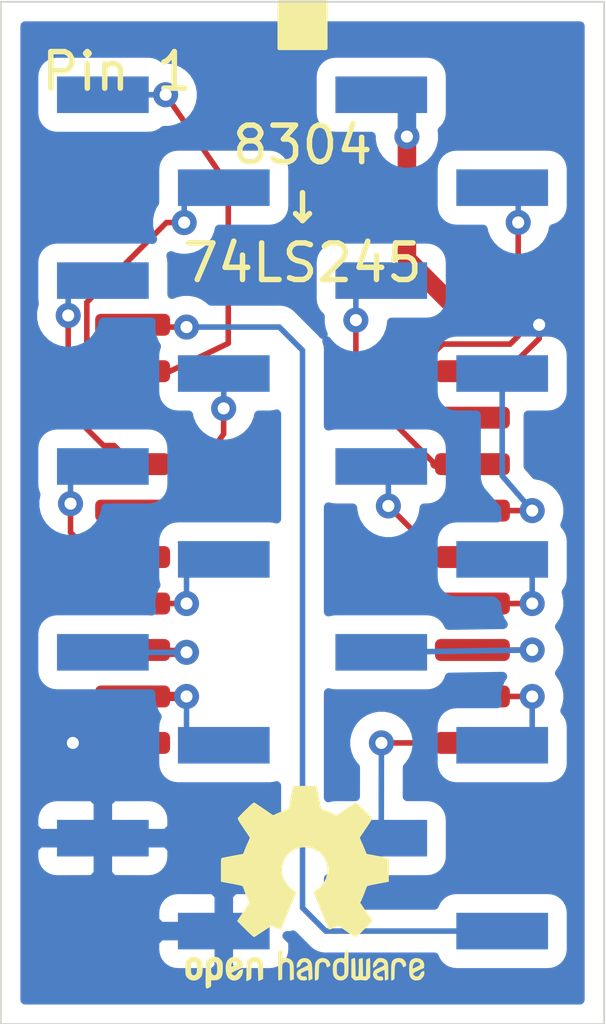
<source format=kicad_pcb>
(kicad_pcb (version 20171130) (host pcbnew 5.1.7)

  (general
    (thickness 1.6)
    (drawings 7)
    (tracks 112)
    (zones 0)
    (modules 4)
    (nets 20)
  )

  (page A4)
  (layers
    (0 F.Cu signal)
    (31 B.Cu signal)
    (36 B.SilkS user)
    (37 F.SilkS user)
    (38 B.Mask user)
    (39 F.Mask user)
    (44 Edge.Cuts user)
    (45 Margin user)
    (46 B.CrtYd user)
    (47 F.CrtYd user)
  )

  (setup
    (last_trace_width 0.1524)
    (user_trace_width 0.1778)
    (user_trace_width 0.254)
    (user_trace_width 0.3048)
    (user_trace_width 0.508)
    (trace_clearance 0.1524)
    (zone_clearance 0.508)
    (zone_45_only no)
    (trace_min 0.1524)
    (via_size 0.6858)
    (via_drill 0.3302)
    (via_min_size 0.508)
    (via_min_drill 0.254)
    (uvia_size 0.6858)
    (uvia_drill 0.3302)
    (uvias_allowed no)
    (uvia_min_size 0.2)
    (uvia_min_drill 0.1)
    (edge_width 0.05)
    (segment_width 0.2)
    (pcb_text_width 0.3)
    (pcb_text_size 1.5 1.5)
    (mod_edge_width 0.12)
    (mod_text_size 1 1)
    (mod_text_width 0.15)
    (pad_size 1.524 1.524)
    (pad_drill 0.762)
    (pad_to_mask_clearance 0.0508)
    (solder_mask_min_width 0.101)
    (aux_axis_origin 0 0)
    (grid_origin 52.07 27.94)
    (visible_elements FFFFFF7F)
    (pcbplotparams
      (layerselection 0x010fc_ffffffff)
      (usegerberextensions false)
      (usegerberattributes true)
      (usegerberadvancedattributes true)
      (creategerberjobfile true)
      (excludeedgelayer true)
      (linewidth 0.100000)
      (plotframeref false)
      (viasonmask false)
      (mode 1)
      (useauxorigin false)
      (hpglpennumber 1)
      (hpglpenspeed 20)
      (hpglpendiameter 15.000000)
      (psnegative false)
      (psa4output false)
      (plotreference true)
      (plotvalue true)
      (plotinvisibletext false)
      (padsonsilk false)
      (subtractmaskfromsilk false)
      (outputformat 1)
      (mirror false)
      (drillshape 1)
      (scaleselection 1)
      (outputdirectory ""))
  )

  (net 0 "")
  (net 1 A0)
  (net 2 DIR)
  (net 3 A1)
  (net 4 D7)
  (net 5 A2)
  (net 6 D6)
  (net 7 A3)
  (net 8 D5)
  (net 9 A4)
  (net 10 D4)
  (net 11 A5)
  (net 12 D3)
  (net 13 A6)
  (net 14 D2)
  (net 15 A7)
  (net 16 D1)
  (net 17 D0)
  (net 18 GND)
  (net 19 +5V)

  (net_class Default "This is the default net class."
    (clearance 0.1524)
    (trace_width 0.1524)
    (via_dia 0.6858)
    (via_drill 0.3302)
    (uvia_dia 0.6858)
    (uvia_drill 0.3302)
    (add_net +5V)
    (add_net A0)
    (add_net A1)
    (add_net A2)
    (add_net A3)
    (add_net A4)
    (add_net A5)
    (add_net A6)
    (add_net A7)
    (add_net D0)
    (add_net D1)
    (add_net D2)
    (add_net D3)
    (add_net D4)
    (add_net D5)
    (add_net D6)
    (add_net D7)
    (add_net DIR)
    (add_net GND)
  )

  (module Symbol:OSHW-Logo2_7.3x6mm_SilkScreen (layer F.Cu) (tedit 0) (tstamp 5F8CF8A1)
    (at 48.9585 40.0685)
    (descr "Open Source Hardware Symbol")
    (tags "Logo Symbol OSHW")
    (attr virtual)
    (fp_text reference REF** (at 0 0) (layer F.SilkS) hide
      (effects (font (size 1 1) (thickness 0.15)))
    )
    (fp_text value OSHW-Logo2_7.3x6mm_SilkScreen (at 0.75 0) (layer F.Fab) hide
      (effects (font (size 1 1) (thickness 0.15)))
    )
    (fp_poly (pts (xy -2.400256 1.919918) (xy -2.344799 1.947568) (xy -2.295852 1.99848) (xy -2.282371 2.017338)
      (xy -2.267686 2.042015) (xy -2.258158 2.068816) (xy -2.252707 2.104587) (xy -2.250253 2.156169)
      (xy -2.249714 2.224267) (xy -2.252148 2.317588) (xy -2.260606 2.387657) (xy -2.276826 2.439931)
      (xy -2.302546 2.479869) (xy -2.339503 2.512929) (xy -2.342218 2.514886) (xy -2.37864 2.534908)
      (xy -2.422498 2.544815) (xy -2.478276 2.547257) (xy -2.568952 2.547257) (xy -2.56899 2.635283)
      (xy -2.569834 2.684308) (xy -2.574976 2.713065) (xy -2.588413 2.730311) (xy -2.614142 2.744808)
      (xy -2.620321 2.747769) (xy -2.649236 2.761648) (xy -2.671624 2.770414) (xy -2.688271 2.771171)
      (xy -2.699964 2.761023) (xy -2.70749 2.737073) (xy -2.711634 2.696426) (xy -2.713185 2.636186)
      (xy -2.712929 2.553455) (xy -2.711651 2.445339) (xy -2.711252 2.413) (xy -2.709815 2.301524)
      (xy -2.708528 2.228603) (xy -2.569029 2.228603) (xy -2.568245 2.290499) (xy -2.56476 2.330997)
      (xy -2.556876 2.357708) (xy -2.542895 2.378244) (xy -2.533403 2.38826) (xy -2.494596 2.417567)
      (xy -2.460237 2.419952) (xy -2.424784 2.39575) (xy -2.423886 2.394857) (xy -2.409461 2.376153)
      (xy -2.400687 2.350732) (xy -2.396261 2.311584) (xy -2.394882 2.251697) (xy -2.394857 2.23843)
      (xy -2.398188 2.155901) (xy -2.409031 2.098691) (xy -2.42866 2.063766) (xy -2.45835 2.048094)
      (xy -2.475509 2.046514) (xy -2.516234 2.053926) (xy -2.544168 2.07833) (xy -2.560983 2.12298)
      (xy -2.56835 2.19113) (xy -2.569029 2.228603) (xy -2.708528 2.228603) (xy -2.708292 2.215245)
      (xy -2.706323 2.150333) (xy -2.70355 2.102958) (xy -2.699612 2.06929) (xy -2.694151 2.045498)
      (xy -2.686808 2.027753) (xy -2.677223 2.012224) (xy -2.673113 2.006381) (xy -2.618595 1.951185)
      (xy -2.549664 1.91989) (xy -2.469928 1.911165) (xy -2.400256 1.919918)) (layer F.SilkS) (width 0.01))
    (fp_poly (pts (xy -1.283907 1.92778) (xy -1.237328 1.954723) (xy -1.204943 1.981466) (xy -1.181258 2.009484)
      (xy -1.164941 2.043748) (xy -1.154661 2.089227) (xy -1.149086 2.150892) (xy -1.146884 2.233711)
      (xy -1.146629 2.293246) (xy -1.146629 2.512391) (xy -1.208314 2.540044) (xy -1.27 2.567697)
      (xy -1.277257 2.32767) (xy -1.280256 2.238028) (xy -1.283402 2.172962) (xy -1.287299 2.128026)
      (xy -1.292553 2.09877) (xy -1.299769 2.080748) (xy -1.30955 2.069511) (xy -1.312688 2.067079)
      (xy -1.360239 2.048083) (xy -1.408303 2.0556) (xy -1.436914 2.075543) (xy -1.448553 2.089675)
      (xy -1.456609 2.10822) (xy -1.461729 2.136334) (xy -1.464559 2.179173) (xy -1.465744 2.241895)
      (xy -1.465943 2.307261) (xy -1.465982 2.389268) (xy -1.467386 2.447316) (xy -1.472086 2.486465)
      (xy -1.482013 2.51178) (xy -1.499097 2.528323) (xy -1.525268 2.541156) (xy -1.560225 2.554491)
      (xy -1.598404 2.569007) (xy -1.593859 2.311389) (xy -1.592029 2.218519) (xy -1.589888 2.149889)
      (xy -1.586819 2.100711) (xy -1.582206 2.066198) (xy -1.575432 2.041562) (xy -1.565881 2.022016)
      (xy -1.554366 2.00477) (xy -1.49881 1.94968) (xy -1.43102 1.917822) (xy -1.357287 1.910191)
      (xy -1.283907 1.92778)) (layer F.SilkS) (width 0.01))
    (fp_poly (pts (xy -2.958885 1.921962) (xy -2.890855 1.957733) (xy -2.840649 2.015301) (xy -2.822815 2.052312)
      (xy -2.808937 2.107882) (xy -2.801833 2.178096) (xy -2.80116 2.254727) (xy -2.806573 2.329552)
      (xy -2.81773 2.394342) (xy -2.834286 2.440873) (xy -2.839374 2.448887) (xy -2.899645 2.508707)
      (xy -2.971231 2.544535) (xy -3.048908 2.55502) (xy -3.127452 2.53881) (xy -3.149311 2.529092)
      (xy -3.191878 2.499143) (xy -3.229237 2.459433) (xy -3.232768 2.454397) (xy -3.247119 2.430124)
      (xy -3.256606 2.404178) (xy -3.26221 2.370022) (xy -3.264914 2.321119) (xy -3.265701 2.250935)
      (xy -3.265714 2.2352) (xy -3.265678 2.230192) (xy -3.120571 2.230192) (xy -3.119727 2.29643)
      (xy -3.116404 2.340386) (xy -3.109417 2.368779) (xy -3.097584 2.388325) (xy -3.091543 2.394857)
      (xy -3.056814 2.41968) (xy -3.023097 2.418548) (xy -2.989005 2.397016) (xy -2.968671 2.374029)
      (xy -2.956629 2.340478) (xy -2.949866 2.287569) (xy -2.949402 2.281399) (xy -2.948248 2.185513)
      (xy -2.960312 2.114299) (xy -2.98543 2.068194) (xy -3.02344 2.047635) (xy -3.037008 2.046514)
      (xy -3.072636 2.052152) (xy -3.097006 2.071686) (xy -3.111907 2.109042) (xy -3.119125 2.16815)
      (xy -3.120571 2.230192) (xy -3.265678 2.230192) (xy -3.265174 2.160413) (xy -3.262904 2.108159)
      (xy -3.257932 2.071949) (xy -3.249287 2.045299) (xy -3.235995 2.021722) (xy -3.233057 2.017338)
      (xy -3.183687 1.958249) (xy -3.129891 1.923947) (xy -3.064398 1.910331) (xy -3.042158 1.909665)
      (xy -2.958885 1.921962)) (layer F.SilkS) (width 0.01))
    (fp_poly (pts (xy -1.831697 1.931239) (xy -1.774473 1.969735) (xy -1.730251 2.025335) (xy -1.703833 2.096086)
      (xy -1.69849 2.148162) (xy -1.699097 2.169893) (xy -1.704178 2.186531) (xy -1.718145 2.201437)
      (xy -1.745411 2.217973) (xy -1.790388 2.239498) (xy -1.857489 2.269374) (xy -1.857829 2.269524)
      (xy -1.919593 2.297813) (xy -1.970241 2.322933) (xy -2.004596 2.342179) (xy -2.017482 2.352848)
      (xy -2.017486 2.352934) (xy -2.006128 2.376166) (xy -1.979569 2.401774) (xy -1.949077 2.420221)
      (xy -1.93363 2.423886) (xy -1.891485 2.411212) (xy -1.855192 2.379471) (xy -1.837483 2.344572)
      (xy -1.820448 2.318845) (xy -1.787078 2.289546) (xy -1.747851 2.264235) (xy -1.713244 2.250471)
      (xy -1.706007 2.249714) (xy -1.697861 2.26216) (xy -1.69737 2.293972) (xy -1.703357 2.336866)
      (xy -1.714643 2.382558) (xy -1.73005 2.422761) (xy -1.730829 2.424322) (xy -1.777196 2.489062)
      (xy -1.837289 2.533097) (xy -1.905535 2.554711) (xy -1.976362 2.552185) (xy -2.044196 2.523804)
      (xy -2.047212 2.521808) (xy -2.100573 2.473448) (xy -2.13566 2.410352) (xy -2.155078 2.327387)
      (xy -2.157684 2.304078) (xy -2.162299 2.194055) (xy -2.156767 2.142748) (xy -2.017486 2.142748)
      (xy -2.015676 2.174753) (xy -2.005778 2.184093) (xy -1.981102 2.177105) (xy -1.942205 2.160587)
      (xy -1.898725 2.139881) (xy -1.897644 2.139333) (xy -1.860791 2.119949) (xy -1.846 2.107013)
      (xy -1.849647 2.093451) (xy -1.865005 2.075632) (xy -1.904077 2.049845) (xy -1.946154 2.04795)
      (xy -1.983897 2.066717) (xy -2.009966 2.102915) (xy -2.017486 2.142748) (xy -2.156767 2.142748)
      (xy -2.152806 2.106027) (xy -2.12845 2.036212) (xy -2.094544 1.987302) (xy -2.033347 1.937878)
      (xy -1.965937 1.913359) (xy -1.89712 1.911797) (xy -1.831697 1.931239)) (layer F.SilkS) (width 0.01))
    (fp_poly (pts (xy -0.624114 1.851289) (xy -0.619861 1.910613) (xy -0.614975 1.945572) (xy -0.608205 1.96082)
      (xy -0.598298 1.961015) (xy -0.595086 1.959195) (xy -0.552356 1.946015) (xy -0.496773 1.946785)
      (xy -0.440263 1.960333) (xy -0.404918 1.977861) (xy -0.368679 2.005861) (xy -0.342187 2.037549)
      (xy -0.324001 2.077813) (xy -0.312678 2.131543) (xy -0.306778 2.203626) (xy -0.304857 2.298951)
      (xy -0.304823 2.317237) (xy -0.3048 2.522646) (xy -0.350509 2.53858) (xy -0.382973 2.54942)
      (xy -0.400785 2.554468) (xy -0.401309 2.554514) (xy -0.403063 2.540828) (xy -0.404556 2.503076)
      (xy -0.405674 2.446224) (xy -0.406303 2.375234) (xy -0.4064 2.332073) (xy -0.406602 2.246973)
      (xy -0.407642 2.185981) (xy -0.410169 2.144177) (xy -0.414836 2.116642) (xy -0.422293 2.098456)
      (xy -0.433189 2.084698) (xy -0.439993 2.078073) (xy -0.486728 2.051375) (xy -0.537728 2.049375)
      (xy -0.583999 2.071955) (xy -0.592556 2.080107) (xy -0.605107 2.095436) (xy -0.613812 2.113618)
      (xy -0.619369 2.139909) (xy -0.622474 2.179562) (xy -0.623824 2.237832) (xy -0.624114 2.318173)
      (xy -0.624114 2.522646) (xy -0.669823 2.53858) (xy -0.702287 2.54942) (xy -0.720099 2.554468)
      (xy -0.720623 2.554514) (xy -0.721963 2.540623) (xy -0.723172 2.501439) (xy -0.724199 2.4407)
      (xy -0.724998 2.362141) (xy -0.725519 2.269498) (xy -0.725714 2.166509) (xy -0.725714 1.769342)
      (xy -0.678543 1.749444) (xy -0.631371 1.729547) (xy -0.624114 1.851289)) (layer F.SilkS) (width 0.01))
    (fp_poly (pts (xy 0.039744 1.950968) (xy 0.096616 1.972087) (xy 0.097267 1.972493) (xy 0.13244 1.99838)
      (xy 0.158407 2.028633) (xy 0.17667 2.068058) (xy 0.188732 2.121462) (xy 0.196096 2.193651)
      (xy 0.200264 2.289432) (xy 0.200629 2.303078) (xy 0.205876 2.508842) (xy 0.161716 2.531678)
      (xy 0.129763 2.54711) (xy 0.11047 2.554423) (xy 0.109578 2.554514) (xy 0.106239 2.541022)
      (xy 0.103587 2.504626) (xy 0.101956 2.451452) (xy 0.1016 2.408393) (xy 0.101592 2.338641)
      (xy 0.098403 2.294837) (xy 0.087288 2.273944) (xy 0.063501 2.272925) (xy 0.022296 2.288741)
      (xy -0.039914 2.317815) (xy -0.085659 2.341963) (xy -0.109187 2.362913) (xy -0.116104 2.385747)
      (xy -0.116114 2.386877) (xy -0.104701 2.426212) (xy -0.070908 2.447462) (xy -0.019191 2.450539)
      (xy 0.018061 2.450006) (xy 0.037703 2.460735) (xy 0.049952 2.486505) (xy 0.057002 2.519337)
      (xy 0.046842 2.537966) (xy 0.043017 2.540632) (xy 0.007001 2.55134) (xy -0.043434 2.552856)
      (xy -0.095374 2.545759) (xy -0.132178 2.532788) (xy -0.183062 2.489585) (xy -0.211986 2.429446)
      (xy -0.217714 2.382462) (xy -0.213343 2.340082) (xy -0.197525 2.305488) (xy -0.166203 2.274763)
      (xy -0.115322 2.24399) (xy -0.040824 2.209252) (xy -0.036286 2.207288) (xy 0.030821 2.176287)
      (xy 0.072232 2.150862) (xy 0.089981 2.128014) (xy 0.086107 2.104745) (xy 0.062643 2.078056)
      (xy 0.055627 2.071914) (xy 0.00863 2.0481) (xy -0.040067 2.049103) (xy -0.082478 2.072451)
      (xy -0.110616 2.115675) (xy -0.113231 2.12416) (xy -0.138692 2.165308) (xy -0.170999 2.185128)
      (xy -0.217714 2.20477) (xy -0.217714 2.15395) (xy -0.203504 2.080082) (xy -0.161325 2.012327)
      (xy -0.139376 1.989661) (xy -0.089483 1.960569) (xy -0.026033 1.9474) (xy 0.039744 1.950968)) (layer F.SilkS) (width 0.01))
    (fp_poly (pts (xy 0.529926 1.949755) (xy 0.595858 1.974084) (xy 0.649273 2.017117) (xy 0.670164 2.047409)
      (xy 0.692939 2.102994) (xy 0.692466 2.143186) (xy 0.668562 2.170217) (xy 0.659717 2.174813)
      (xy 0.62153 2.189144) (xy 0.602028 2.185472) (xy 0.595422 2.161407) (xy 0.595086 2.148114)
      (xy 0.582992 2.09921) (xy 0.551471 2.064999) (xy 0.507659 2.048476) (xy 0.458695 2.052634)
      (xy 0.418894 2.074227) (xy 0.40545 2.086544) (xy 0.395921 2.101487) (xy 0.389485 2.124075)
      (xy 0.385317 2.159328) (xy 0.382597 2.212266) (xy 0.380502 2.287907) (xy 0.37996 2.311857)
      (xy 0.377981 2.39379) (xy 0.375731 2.451455) (xy 0.372357 2.489608) (xy 0.367006 2.513004)
      (xy 0.358824 2.526398) (xy 0.346959 2.534545) (xy 0.339362 2.538144) (xy 0.307102 2.550452)
      (xy 0.288111 2.554514) (xy 0.281836 2.540948) (xy 0.278006 2.499934) (xy 0.2766 2.430999)
      (xy 0.277598 2.333669) (xy 0.277908 2.318657) (xy 0.280101 2.229859) (xy 0.282693 2.165019)
      (xy 0.286382 2.119067) (xy 0.291864 2.086935) (xy 0.299835 2.063553) (xy 0.310993 2.043852)
      (xy 0.31683 2.03541) (xy 0.350296 1.998057) (xy 0.387727 1.969003) (xy 0.392309 1.966467)
      (xy 0.459426 1.946443) (xy 0.529926 1.949755)) (layer F.SilkS) (width 0.01))
    (fp_poly (pts (xy 1.190117 2.065358) (xy 1.189933 2.173837) (xy 1.189219 2.257287) (xy 1.187675 2.319704)
      (xy 1.185001 2.365085) (xy 1.180894 2.397429) (xy 1.175055 2.420733) (xy 1.167182 2.438995)
      (xy 1.161221 2.449418) (xy 1.111855 2.505945) (xy 1.049264 2.541377) (xy 0.980013 2.55409)
      (xy 0.910668 2.542463) (xy 0.869375 2.521568) (xy 0.826025 2.485422) (xy 0.796481 2.441276)
      (xy 0.778655 2.383462) (xy 0.770463 2.306313) (xy 0.769302 2.249714) (xy 0.769458 2.245647)
      (xy 0.870857 2.245647) (xy 0.871476 2.31055) (xy 0.874314 2.353514) (xy 0.88084 2.381622)
      (xy 0.892523 2.401953) (xy 0.906483 2.417288) (xy 0.953365 2.44689) (xy 1.003701 2.449419)
      (xy 1.051276 2.424705) (xy 1.054979 2.421356) (xy 1.070783 2.403935) (xy 1.080693 2.383209)
      (xy 1.086058 2.352362) (xy 1.088228 2.304577) (xy 1.088571 2.251748) (xy 1.087827 2.185381)
      (xy 1.084748 2.141106) (xy 1.078061 2.112009) (xy 1.066496 2.091173) (xy 1.057013 2.080107)
      (xy 1.01296 2.052198) (xy 0.962224 2.048843) (xy 0.913796 2.070159) (xy 0.90445 2.078073)
      (xy 0.88854 2.095647) (xy 0.87861 2.116587) (xy 0.873278 2.147782) (xy 0.871163 2.196122)
      (xy 0.870857 2.245647) (xy 0.769458 2.245647) (xy 0.77281 2.158568) (xy 0.784726 2.090086)
      (xy 0.807135 2.0386) (xy 0.842124 1.998443) (xy 0.869375 1.977861) (xy 0.918907 1.955625)
      (xy 0.976316 1.945304) (xy 1.029682 1.948067) (xy 1.059543 1.959212) (xy 1.071261 1.962383)
      (xy 1.079037 1.950557) (xy 1.084465 1.918866) (xy 1.088571 1.870593) (xy 1.093067 1.816829)
      (xy 1.099313 1.784482) (xy 1.110676 1.765985) (xy 1.130528 1.75377) (xy 1.143 1.748362)
      (xy 1.190171 1.728601) (xy 1.190117 2.065358)) (layer F.SilkS) (width 0.01))
    (fp_poly (pts (xy 1.779833 1.958663) (xy 1.782048 1.99685) (xy 1.783784 2.054886) (xy 1.784899 2.12818)
      (xy 1.785257 2.205055) (xy 1.785257 2.465196) (xy 1.739326 2.511127) (xy 1.707675 2.539429)
      (xy 1.67989 2.550893) (xy 1.641915 2.550168) (xy 1.62684 2.548321) (xy 1.579726 2.542948)
      (xy 1.540756 2.539869) (xy 1.531257 2.539585) (xy 1.499233 2.541445) (xy 1.453432 2.546114)
      (xy 1.435674 2.548321) (xy 1.392057 2.551735) (xy 1.362745 2.54432) (xy 1.33368 2.521427)
      (xy 1.323188 2.511127) (xy 1.277257 2.465196) (xy 1.277257 1.978602) (xy 1.314226 1.961758)
      (xy 1.346059 1.949282) (xy 1.364683 1.944914) (xy 1.369458 1.958718) (xy 1.373921 1.997286)
      (xy 1.377775 2.056356) (xy 1.380722 2.131663) (xy 1.382143 2.195286) (xy 1.386114 2.445657)
      (xy 1.420759 2.450556) (xy 1.452268 2.447131) (xy 1.467708 2.436041) (xy 1.472023 2.415308)
      (xy 1.475708 2.371145) (xy 1.478469 2.309146) (xy 1.480012 2.234909) (xy 1.480235 2.196706)
      (xy 1.480457 1.976783) (xy 1.526166 1.960849) (xy 1.558518 1.950015) (xy 1.576115 1.944962)
      (xy 1.576623 1.944914) (xy 1.578388 1.958648) (xy 1.580329 1.99673) (xy 1.582282 2.054482)
      (xy 1.584084 2.127227) (xy 1.585343 2.195286) (xy 1.589314 2.445657) (xy 1.6764 2.445657)
      (xy 1.680396 2.21724) (xy 1.684392 1.988822) (xy 1.726847 1.966868) (xy 1.758192 1.951793)
      (xy 1.776744 1.944951) (xy 1.777279 1.944914) (xy 1.779833 1.958663)) (layer F.SilkS) (width 0.01))
    (fp_poly (pts (xy 2.144876 1.956335) (xy 2.186667 1.975344) (xy 2.219469 1.998378) (xy 2.243503 2.024133)
      (xy 2.260097 2.057358) (xy 2.270577 2.1028) (xy 2.276271 2.165207) (xy 2.278507 2.249327)
      (xy 2.278743 2.304721) (xy 2.278743 2.520826) (xy 2.241774 2.53767) (xy 2.212656 2.549981)
      (xy 2.198231 2.554514) (xy 2.195472 2.541025) (xy 2.193282 2.504653) (xy 2.191942 2.451542)
      (xy 2.191657 2.409372) (xy 2.190434 2.348447) (xy 2.187136 2.300115) (xy 2.182321 2.270518)
      (xy 2.178496 2.264229) (xy 2.152783 2.270652) (xy 2.112418 2.287125) (xy 2.065679 2.309458)
      (xy 2.020845 2.333457) (xy 1.986193 2.35493) (xy 1.970002 2.369685) (xy 1.969938 2.369845)
      (xy 1.97133 2.397152) (xy 1.983818 2.423219) (xy 2.005743 2.444392) (xy 2.037743 2.451474)
      (xy 2.065092 2.450649) (xy 2.103826 2.450042) (xy 2.124158 2.459116) (xy 2.136369 2.483092)
      (xy 2.137909 2.487613) (xy 2.143203 2.521806) (xy 2.129047 2.542568) (xy 2.092148 2.552462)
      (xy 2.052289 2.554292) (xy 1.980562 2.540727) (xy 1.943432 2.521355) (xy 1.897576 2.475845)
      (xy 1.873256 2.419983) (xy 1.871073 2.360957) (xy 1.891629 2.305953) (xy 1.922549 2.271486)
      (xy 1.95342 2.252189) (xy 2.001942 2.227759) (xy 2.058485 2.202985) (xy 2.06791 2.199199)
      (xy 2.130019 2.171791) (xy 2.165822 2.147634) (xy 2.177337 2.123619) (xy 2.16658 2.096635)
      (xy 2.148114 2.075543) (xy 2.104469 2.049572) (xy 2.056446 2.047624) (xy 2.012406 2.067637)
      (xy 1.980709 2.107551) (xy 1.976549 2.117848) (xy 1.952327 2.155724) (xy 1.916965 2.183842)
      (xy 1.872343 2.206917) (xy 1.872343 2.141485) (xy 1.874969 2.101506) (xy 1.88623 2.069997)
      (xy 1.911199 2.036378) (xy 1.935169 2.010484) (xy 1.972441 1.973817) (xy 2.001401 1.954121)
      (xy 2.032505 1.94622) (xy 2.067713 1.944914) (xy 2.144876 1.956335)) (layer F.SilkS) (width 0.01))
    (fp_poly (pts (xy 2.6526 1.958752) (xy 2.669948 1.966334) (xy 2.711356 1.999128) (xy 2.746765 2.046547)
      (xy 2.768664 2.097151) (xy 2.772229 2.122098) (xy 2.760279 2.156927) (xy 2.734067 2.175357)
      (xy 2.705964 2.186516) (xy 2.693095 2.188572) (xy 2.686829 2.173649) (xy 2.674456 2.141175)
      (xy 2.669028 2.126502) (xy 2.63859 2.075744) (xy 2.59452 2.050427) (xy 2.53801 2.051206)
      (xy 2.533825 2.052203) (xy 2.503655 2.066507) (xy 2.481476 2.094393) (xy 2.466327 2.139287)
      (xy 2.45725 2.204615) (xy 2.453286 2.293804) (xy 2.452914 2.341261) (xy 2.45273 2.416071)
      (xy 2.451522 2.467069) (xy 2.448309 2.499471) (xy 2.442109 2.518495) (xy 2.43194 2.529356)
      (xy 2.416819 2.537272) (xy 2.415946 2.53767) (xy 2.386828 2.549981) (xy 2.372403 2.554514)
      (xy 2.370186 2.540809) (xy 2.368289 2.502925) (xy 2.366847 2.445715) (xy 2.365998 2.374027)
      (xy 2.365829 2.321565) (xy 2.366692 2.220047) (xy 2.37007 2.143032) (xy 2.377142 2.086023)
      (xy 2.389088 2.044526) (xy 2.40709 2.014043) (xy 2.432327 1.99008) (xy 2.457247 1.973355)
      (xy 2.517171 1.951097) (xy 2.586911 1.946076) (xy 2.6526 1.958752)) (layer F.SilkS) (width 0.01))
    (fp_poly (pts (xy 3.153595 1.966966) (xy 3.211021 2.004497) (xy 3.238719 2.038096) (xy 3.260662 2.099064)
      (xy 3.262405 2.147308) (xy 3.258457 2.211816) (xy 3.109686 2.276934) (xy 3.037349 2.310202)
      (xy 2.990084 2.336964) (xy 2.965507 2.360144) (xy 2.961237 2.382667) (xy 2.974889 2.407455)
      (xy 2.989943 2.423886) (xy 3.033746 2.450235) (xy 3.081389 2.452081) (xy 3.125145 2.431546)
      (xy 3.157289 2.390752) (xy 3.163038 2.376347) (xy 3.190576 2.331356) (xy 3.222258 2.312182)
      (xy 3.265714 2.295779) (xy 3.265714 2.357966) (xy 3.261872 2.400283) (xy 3.246823 2.435969)
      (xy 3.21528 2.476943) (xy 3.210592 2.482267) (xy 3.175506 2.51872) (xy 3.145347 2.538283)
      (xy 3.107615 2.547283) (xy 3.076335 2.55023) (xy 3.020385 2.550965) (xy 2.980555 2.54166)
      (xy 2.955708 2.527846) (xy 2.916656 2.497467) (xy 2.889625 2.464613) (xy 2.872517 2.423294)
      (xy 2.863238 2.367521) (xy 2.859693 2.291305) (xy 2.85941 2.252622) (xy 2.860372 2.206247)
      (xy 2.948007 2.206247) (xy 2.949023 2.231126) (xy 2.951556 2.2352) (xy 2.968274 2.229665)
      (xy 3.004249 2.215017) (xy 3.052331 2.19419) (xy 3.062386 2.189714) (xy 3.123152 2.158814)
      (xy 3.156632 2.131657) (xy 3.16399 2.10622) (xy 3.146391 2.080481) (xy 3.131856 2.069109)
      (xy 3.07941 2.046364) (xy 3.030322 2.050122) (xy 2.989227 2.077884) (xy 2.960758 2.127152)
      (xy 2.951631 2.166257) (xy 2.948007 2.206247) (xy 2.860372 2.206247) (xy 2.861285 2.162249)
      (xy 2.868196 2.095384) (xy 2.881884 2.046695) (xy 2.904096 2.010849) (xy 2.936574 1.982513)
      (xy 2.950733 1.973355) (xy 3.015053 1.949507) (xy 3.085473 1.948006) (xy 3.153595 1.966966)) (layer F.SilkS) (width 0.01))
    (fp_poly (pts (xy 0.10391 -2.757652) (xy 0.182454 -2.757222) (xy 0.239298 -2.756058) (xy 0.278105 -2.753793)
      (xy 0.302538 -2.75006) (xy 0.316262 -2.744494) (xy 0.32294 -2.736727) (xy 0.326236 -2.726395)
      (xy 0.326556 -2.725057) (xy 0.331562 -2.700921) (xy 0.340829 -2.653299) (xy 0.353392 -2.587259)
      (xy 0.368287 -2.507872) (xy 0.384551 -2.420204) (xy 0.385119 -2.417125) (xy 0.40141 -2.331211)
      (xy 0.416652 -2.255304) (xy 0.429861 -2.193955) (xy 0.440054 -2.151718) (xy 0.446248 -2.133145)
      (xy 0.446543 -2.132816) (xy 0.464788 -2.123747) (xy 0.502405 -2.108633) (xy 0.551271 -2.090738)
      (xy 0.551543 -2.090642) (xy 0.613093 -2.067507) (xy 0.685657 -2.038035) (xy 0.754057 -2.008403)
      (xy 0.757294 -2.006938) (xy 0.868702 -1.956374) (xy 1.115399 -2.12484) (xy 1.191077 -2.176197)
      (xy 1.259631 -2.222111) (xy 1.317088 -2.25997) (xy 1.359476 -2.287163) (xy 1.382825 -2.301079)
      (xy 1.385042 -2.302111) (xy 1.40201 -2.297516) (xy 1.433701 -2.275345) (xy 1.481352 -2.234553)
      (xy 1.546198 -2.174095) (xy 1.612397 -2.109773) (xy 1.676214 -2.046388) (xy 1.733329 -1.988549)
      (xy 1.780305 -1.939825) (xy 1.813703 -1.90379) (xy 1.830085 -1.884016) (xy 1.830694 -1.882998)
      (xy 1.832505 -1.869428) (xy 1.825683 -1.847267) (xy 1.80854 -1.813522) (xy 1.779393 -1.7652)
      (xy 1.736555 -1.699308) (xy 1.679448 -1.614483) (xy 1.628766 -1.539823) (xy 1.583461 -1.47286)
      (xy 1.54615 -1.417484) (xy 1.519452 -1.37758) (xy 1.505985 -1.357038) (xy 1.505137 -1.355644)
      (xy 1.506781 -1.335962) (xy 1.519245 -1.297707) (xy 1.540048 -1.248111) (xy 1.547462 -1.232272)
      (xy 1.579814 -1.16171) (xy 1.614328 -1.081647) (xy 1.642365 -1.012371) (xy 1.662568 -0.960955)
      (xy 1.678615 -0.921881) (xy 1.687888 -0.901459) (xy 1.689041 -0.899886) (xy 1.706096 -0.897279)
      (xy 1.746298 -0.890137) (xy 1.804302 -0.879477) (xy 1.874763 -0.866315) (xy 1.952335 -0.851667)
      (xy 2.031672 -0.836551) (xy 2.107431 -0.821982) (xy 2.174264 -0.808978) (xy 2.226828 -0.798555)
      (xy 2.259776 -0.79173) (xy 2.267857 -0.789801) (xy 2.276205 -0.785038) (xy 2.282506 -0.774282)
      (xy 2.287045 -0.753902) (xy 2.290104 -0.720266) (xy 2.291967 -0.669745) (xy 2.292918 -0.598708)
      (xy 2.29324 -0.503524) (xy 2.293257 -0.464508) (xy 2.293257 -0.147201) (xy 2.217057 -0.132161)
      (xy 2.174663 -0.124005) (xy 2.1114 -0.112101) (xy 2.034962 -0.097884) (xy 1.953043 -0.08279)
      (xy 1.9304 -0.078645) (xy 1.854806 -0.063947) (xy 1.788953 -0.049495) (xy 1.738366 -0.036625)
      (xy 1.708574 -0.026678) (xy 1.703612 -0.023713) (xy 1.691426 -0.002717) (xy 1.673953 0.037967)
      (xy 1.654577 0.090322) (xy 1.650734 0.1016) (xy 1.625339 0.171523) (xy 1.593817 0.250418)
      (xy 1.562969 0.321266) (xy 1.562817 0.321595) (xy 1.511447 0.432733) (xy 1.680399 0.681253)
      (xy 1.849352 0.929772) (xy 1.632429 1.147058) (xy 1.566819 1.211726) (xy 1.506979 1.268733)
      (xy 1.456267 1.315033) (xy 1.418046 1.347584) (xy 1.395675 1.363343) (xy 1.392466 1.364343)
      (xy 1.373626 1.356469) (xy 1.33518 1.334578) (xy 1.28133 1.301267) (xy 1.216276 1.259131)
      (xy 1.14594 1.211943) (xy 1.074555 1.16381) (xy 1.010908 1.121928) (xy 0.959041 1.088871)
      (xy 0.922995 1.067218) (xy 0.906867 1.059543) (xy 0.887189 1.066037) (xy 0.849875 1.08315)
      (xy 0.802621 1.107326) (xy 0.797612 1.110013) (xy 0.733977 1.141927) (xy 0.690341 1.157579)
      (xy 0.663202 1.157745) (xy 0.649057 1.143204) (xy 0.648975 1.143) (xy 0.641905 1.125779)
      (xy 0.625042 1.084899) (xy 0.599695 1.023525) (xy 0.567171 0.944819) (xy 0.528778 0.851947)
      (xy 0.485822 0.748072) (xy 0.444222 0.647502) (xy 0.398504 0.536516) (xy 0.356526 0.433703)
      (xy 0.319548 0.342215) (xy 0.288827 0.265201) (xy 0.265622 0.205815) (xy 0.25119 0.167209)
      (xy 0.246743 0.1528) (xy 0.257896 0.136272) (xy 0.287069 0.10993) (xy 0.325971 0.080887)
      (xy 0.436757 -0.010961) (xy 0.523351 -0.116241) (xy 0.584716 -0.232734) (xy 0.619815 -0.358224)
      (xy 0.627608 -0.490493) (xy 0.621943 -0.551543) (xy 0.591078 -0.678205) (xy 0.53792 -0.790059)
      (xy 0.465767 -0.885999) (xy 0.377917 -0.964924) (xy 0.277665 -1.02573) (xy 0.16831 -1.067313)
      (xy 0.053147 -1.088572) (xy -0.064525 -1.088401) (xy -0.18141 -1.065699) (xy -0.294211 -1.019362)
      (xy -0.399631 -0.948287) (xy -0.443632 -0.908089) (xy -0.528021 -0.804871) (xy -0.586778 -0.692075)
      (xy -0.620296 -0.57299) (xy -0.628965 -0.450905) (xy -0.613177 -0.329107) (xy -0.573322 -0.210884)
      (xy -0.509793 -0.099525) (xy -0.422979 0.001684) (xy -0.325971 0.080887) (xy -0.285563 0.111162)
      (xy -0.257018 0.137219) (xy -0.246743 0.152825) (xy -0.252123 0.169843) (xy -0.267425 0.2105)
      (xy -0.291388 0.271642) (xy -0.322756 0.350119) (xy -0.360268 0.44278) (xy -0.402667 0.546472)
      (xy -0.444337 0.647526) (xy -0.49031 0.758607) (xy -0.532893 0.861541) (xy -0.570779 0.953165)
      (xy -0.60266 1.030316) (xy -0.627229 1.089831) (xy -0.64318 1.128544) (xy -0.64909 1.143)
      (xy -0.663052 1.157685) (xy -0.69006 1.157642) (xy -0.733587 1.142099) (xy -0.79711 1.110284)
      (xy -0.797612 1.110013) (xy -0.84544 1.085323) (xy -0.884103 1.067338) (xy -0.905905 1.059614)
      (xy -0.906867 1.059543) (xy -0.923279 1.067378) (xy -0.959513 1.089165) (xy -1.011526 1.122328)
      (xy -1.075275 1.164291) (xy -1.14594 1.211943) (xy -1.217884 1.260191) (xy -1.282726 1.302151)
      (xy -1.336265 1.335227) (xy -1.374303 1.356821) (xy -1.392467 1.364343) (xy -1.409192 1.354457)
      (xy -1.44282 1.326826) (xy -1.48999 1.284495) (xy -1.547342 1.230505) (xy -1.611516 1.167899)
      (xy -1.632503 1.146983) (xy -1.849501 0.929623) (xy -1.684332 0.68722) (xy -1.634136 0.612781)
      (xy -1.590081 0.545972) (xy -1.554638 0.490665) (xy -1.530281 0.450729) (xy -1.519478 0.430036)
      (xy -1.519162 0.428563) (xy -1.524857 0.409058) (xy -1.540174 0.369822) (xy -1.562463 0.31743)
      (xy -1.578107 0.282355) (xy -1.607359 0.215201) (xy -1.634906 0.147358) (xy -1.656263 0.090034)
      (xy -1.662065 0.072572) (xy -1.678548 0.025938) (xy -1.69466 -0.010095) (xy -1.70351 -0.023713)
      (xy -1.72304 -0.032048) (xy -1.765666 -0.043863) (xy -1.825855 -0.057819) (xy -1.898078 -0.072578)
      (xy -1.9304 -0.078645) (xy -2.012478 -0.093727) (xy -2.091205 -0.108331) (xy -2.158891 -0.12102)
      (xy -2.20784 -0.130358) (xy -2.217057 -0.132161) (xy -2.293257 -0.147201) (xy -2.293257 -0.464508)
      (xy -2.293086 -0.568846) (xy -2.292384 -0.647787) (xy -2.290866 -0.704962) (xy -2.288251 -0.744001)
      (xy -2.284254 -0.768535) (xy -2.278591 -0.782195) (xy -2.27098 -0.788611) (xy -2.267857 -0.789801)
      (xy -2.249022 -0.79402) (xy -2.207412 -0.802438) (xy -2.14837 -0.814039) (xy -2.077243 -0.827805)
      (xy -1.999375 -0.84272) (xy -1.920113 -0.857768) (xy -1.844802 -0.871931) (xy -1.778787 -0.884194)
      (xy -1.727413 -0.893539) (xy -1.696025 -0.89895) (xy -1.689041 -0.899886) (xy -1.682715 -0.912404)
      (xy -1.66871 -0.945754) (xy -1.649645 -0.993623) (xy -1.642366 -1.012371) (xy -1.613004 -1.084805)
      (xy -1.578429 -1.16483) (xy -1.547463 -1.232272) (xy -1.524677 -1.283841) (xy -1.509518 -1.326215)
      (xy -1.504458 -1.352166) (xy -1.505264 -1.355644) (xy -1.515959 -1.372064) (xy -1.54038 -1.408583)
      (xy -1.575905 -1.461313) (xy -1.619913 -1.526365) (xy -1.669783 -1.599849) (xy -1.679644 -1.614355)
      (xy -1.737508 -1.700296) (xy -1.780044 -1.765739) (xy -1.808946 -1.813696) (xy -1.82591 -1.84718)
      (xy -1.832633 -1.869205) (xy -1.83081 -1.882783) (xy -1.830764 -1.882869) (xy -1.816414 -1.900703)
      (xy -1.784677 -1.935183) (xy -1.73899 -1.982732) (xy -1.682796 -2.039778) (xy -1.619532 -2.102745)
      (xy -1.612398 -2.109773) (xy -1.53267 -2.18698) (xy -1.471143 -2.24367) (xy -1.426579 -2.28089)
      (xy -1.397743 -2.299685) (xy -1.385042 -2.302111) (xy -1.366506 -2.291529) (xy -1.328039 -2.267084)
      (xy -1.273614 -2.231388) (xy -1.207202 -2.187053) (xy -1.132775 -2.136689) (xy -1.115399 -2.12484)
      (xy -0.868703 -1.956374) (xy -0.757294 -2.006938) (xy -0.689543 -2.036405) (xy -0.616817 -2.066041)
      (xy -0.554297 -2.08967) (xy -0.551543 -2.090642) (xy -0.50264 -2.108543) (xy -0.464943 -2.12368)
      (xy -0.446575 -2.13279) (xy -0.446544 -2.132816) (xy -0.440715 -2.149283) (xy -0.430808 -2.189781)
      (xy -0.417805 -2.249758) (xy -0.402691 -2.32466) (xy -0.386448 -2.409936) (xy -0.385119 -2.417125)
      (xy -0.368825 -2.504986) (xy -0.353867 -2.58474) (xy -0.341209 -2.651319) (xy -0.331814 -2.699653)
      (xy -0.326646 -2.724675) (xy -0.326556 -2.725057) (xy -0.323411 -2.735701) (xy -0.317296 -2.743738)
      (xy -0.304547 -2.749533) (xy -0.2815 -2.753453) (xy -0.244491 -2.755865) (xy -0.189856 -2.757135)
      (xy -0.113933 -2.757629) (xy -0.013056 -2.757714) (xy 0 -2.757714) (xy 0.10391 -2.757652)) (layer F.SilkS) (width 0.01))
  )

  (module 8304-adapter:SOIC-20W_7.5x12.8mm_P1.27mm-nosilk (layer F.Cu) (tedit 5F8C39AC) (tstamp 5F8BF98B)
    (at 48.895 30.4165)
    (descr "SOIC, 20 Pin (JEDEC MS-013AC, https://www.analog.com/media/en/package-pcb-resources/package/233848rw_20.pdf), generated with kicad-footprint-generator ipc_gullwing_generator.py")
    (tags "SOIC SO")
    (path /5F8B37A6)
    (attr smd)
    (fp_text reference U1 (at 0 -7.35) (layer F.SilkS) hide
      (effects (font (size 1 1) (thickness 0.15)))
    )
    (fp_text value 74LS245 (at 0 7.35) (layer F.Fab)
      (effects (font (size 1 1) (thickness 0.15)))
    )
    (fp_line (start 3.75 -6.4) (end 3.75 6.4) (layer F.Fab) (width 0.1))
    (fp_line (start -5.93 -6.65) (end -5.93 6.65) (layer F.CrtYd) (width 0.05))
    (fp_line (start -5.93 6.65) (end 5.93 6.65) (layer F.CrtYd) (width 0.05))
    (fp_line (start 5.93 6.65) (end 5.93 -6.65) (layer F.CrtYd) (width 0.05))
    (fp_line (start 5.93 -6.65) (end -5.93 -6.65) (layer F.CrtYd) (width 0.05))
    (pad 20 smd roundrect (at 4.65 -5.715) (size 2.05 0.6) (layers F.Cu F.Paste F.Mask) (roundrect_rratio 0.25)
      (net 19 +5V))
    (pad 19 smd roundrect (at 4.65 -4.445) (size 2.05 0.6) (layers F.Cu F.Paste F.Mask) (roundrect_rratio 0.25)
      (net 18 GND))
    (pad 18 smd roundrect (at 4.65 -3.175) (size 2.05 0.6) (layers F.Cu F.Paste F.Mask) (roundrect_rratio 0.25)
      (net 17 D0))
    (pad 17 smd roundrect (at 4.65 -1.905) (size 2.05 0.6) (layers F.Cu F.Paste F.Mask) (roundrect_rratio 0.25)
      (net 16 D1))
    (pad 16 smd roundrect (at 4.65 -0.635) (size 2.05 0.6) (layers F.Cu F.Paste F.Mask) (roundrect_rratio 0.25)
      (net 14 D2))
    (pad 15 smd roundrect (at 4.65 0.635) (size 2.05 0.6) (layers F.Cu F.Paste F.Mask) (roundrect_rratio 0.25)
      (net 12 D3))
    (pad 14 smd roundrect (at 4.65 1.905) (size 2.05 0.6) (layers F.Cu F.Paste F.Mask) (roundrect_rratio 0.25)
      (net 10 D4))
    (pad 13 smd roundrect (at 4.65 3.175) (size 2.05 0.6) (layers F.Cu F.Paste F.Mask) (roundrect_rratio 0.25)
      (net 8 D5))
    (pad 12 smd roundrect (at 4.65 4.445) (size 2.05 0.6) (layers F.Cu F.Paste F.Mask) (roundrect_rratio 0.25)
      (net 6 D6))
    (pad 11 smd roundrect (at 4.65 5.715) (size 2.05 0.6) (layers F.Cu F.Paste F.Mask) (roundrect_rratio 0.25)
      (net 4 D7))
    (pad 10 smd roundrect (at -4.65 5.715) (size 2.05 0.6) (layers F.Cu F.Paste F.Mask) (roundrect_rratio 0.25)
      (net 18 GND))
    (pad 9 smd roundrect (at -4.65 4.445) (size 2.05 0.6) (layers F.Cu F.Paste F.Mask) (roundrect_rratio 0.25)
      (net 15 A7))
    (pad 8 smd roundrect (at -4.65 3.175) (size 2.05 0.6) (layers F.Cu F.Paste F.Mask) (roundrect_rratio 0.25)
      (net 13 A6))
    (pad 7 smd roundrect (at -4.65 1.905) (size 2.05 0.6) (layers F.Cu F.Paste F.Mask) (roundrect_rratio 0.25)
      (net 11 A5))
    (pad 6 smd roundrect (at -4.65 0.635) (size 2.05 0.6) (layers F.Cu F.Paste F.Mask) (roundrect_rratio 0.25)
      (net 9 A4))
    (pad 5 smd roundrect (at -4.65 -0.635) (size 2.05 0.6) (layers F.Cu F.Paste F.Mask) (roundrect_rratio 0.25)
      (net 7 A3))
    (pad 4 smd roundrect (at -4.65 -1.905) (size 2.05 0.6) (layers F.Cu F.Paste F.Mask) (roundrect_rratio 0.25)
      (net 5 A2))
    (pad 3 smd roundrect (at -4.65 -3.175) (size 2.05 0.6) (layers F.Cu F.Paste F.Mask) (roundrect_rratio 0.25)
      (net 3 A1))
    (pad 2 smd roundrect (at -4.65 -4.445) (size 2.05 0.6) (layers F.Cu F.Paste F.Mask) (roundrect_rratio 0.25)
      (net 1 A0))
    (pad 1 smd roundrect (at -4.65 -5.715) (size 2.05 0.6) (layers F.Cu F.Paste F.Mask) (roundrect_rratio 0.25)
      (net 2 DIR))
    (model ${KISYS3DMOD}/Package_SO.3dshapes/SOIC-20W_7.5x12.8mm_P1.27mm.wrl
      (at (xyz 0 0 0))
      (scale (xyz 1 1 1))
      (rotate (xyz 0 0 0))
    )
  )

  (module 8304-adapter:PinHeader_1x10_P2.54mm_Vertical_SMD_Pin1Right-nosilk (layer B.Cu) (tedit 5F8C38B6) (tstamp 5F8C7E0A)
    (at 52.705 29.845 180)
    (descr "surface-mounted straight pin header, 1x10, 2.54mm pitch, single row, style 2 (pin 1 right)")
    (tags "Surface mounted pin header SMD 1x10 2.54mm single row style2 pin1 right")
    (path /5F8C2AC4)
    (attr smd)
    (fp_text reference J3 (at 0 13.76) (layer B.SilkS) hide
      (effects (font (size 1 1) (thickness 0.15)) (justify mirror))
    )
    (fp_text value Conn_01x10 (at 0 -13.76) (layer B.Fab)
      (effects (font (size 1 1) (thickness 0.15)) (justify mirror))
    )
    (fp_line (start -1.27 9.21) (end -2.54 9.21) (layer B.Fab) (width 0.1))
    (fp_line (start -2.54 9.21) (end -2.54 8.57) (layer B.Fab) (width 0.1))
    (fp_line (start -2.54 8.57) (end -1.27 8.57) (layer B.Fab) (width 0.1))
    (fp_line (start -1.27 4.13) (end -2.54 4.13) (layer B.Fab) (width 0.1))
    (fp_line (start -2.54 4.13) (end -2.54 3.49) (layer B.Fab) (width 0.1))
    (fp_line (start -2.54 3.49) (end -1.27 3.49) (layer B.Fab) (width 0.1))
    (fp_line (start -1.27 -0.95) (end -2.54 -0.95) (layer B.Fab) (width 0.1))
    (fp_line (start -2.54 -0.95) (end -2.54 -1.59) (layer B.Fab) (width 0.1))
    (fp_line (start -2.54 -1.59) (end -1.27 -1.59) (layer B.Fab) (width 0.1))
    (fp_line (start -1.27 -6.03) (end -2.54 -6.03) (layer B.Fab) (width 0.1))
    (fp_line (start -2.54 -6.03) (end -2.54 -6.67) (layer B.Fab) (width 0.1))
    (fp_line (start -2.54 -6.67) (end -1.27 -6.67) (layer B.Fab) (width 0.1))
    (fp_line (start -1.27 -11.11) (end -2.54 -11.11) (layer B.Fab) (width 0.1))
    (fp_line (start -2.54 -11.11) (end -2.54 -11.75) (layer B.Fab) (width 0.1))
    (fp_line (start -2.54 -11.75) (end -1.27 -11.75) (layer B.Fab) (width 0.1))
    (fp_line (start 1.27 11.75) (end 2.54 11.75) (layer B.Fab) (width 0.1))
    (fp_line (start 2.54 11.75) (end 2.54 11.11) (layer B.Fab) (width 0.1))
    (fp_line (start 2.54 11.11) (end 1.27 11.11) (layer B.Fab) (width 0.1))
    (fp_line (start 1.27 6.67) (end 2.54 6.67) (layer B.Fab) (width 0.1))
    (fp_line (start 2.54 6.67) (end 2.54 6.03) (layer B.Fab) (width 0.1))
    (fp_line (start 2.54 6.03) (end 1.27 6.03) (layer B.Fab) (width 0.1))
    (fp_line (start 1.27 1.59) (end 2.54 1.59) (layer B.Fab) (width 0.1))
    (fp_line (start 2.54 1.59) (end 2.54 0.95) (layer B.Fab) (width 0.1))
    (fp_line (start 2.54 0.95) (end 1.27 0.95) (layer B.Fab) (width 0.1))
    (fp_line (start 1.27 -3.49) (end 2.54 -3.49) (layer B.Fab) (width 0.1))
    (fp_line (start 2.54 -3.49) (end 2.54 -4.13) (layer B.Fab) (width 0.1))
    (fp_line (start 2.54 -4.13) (end 1.27 -4.13) (layer B.Fab) (width 0.1))
    (fp_line (start 1.27 -8.57) (end 2.54 -8.57) (layer B.Fab) (width 0.1))
    (fp_line (start 2.54 -8.57) (end 2.54 -9.21) (layer B.Fab) (width 0.1))
    (fp_line (start 2.54 -9.21) (end 1.27 -9.21) (layer B.Fab) (width 0.1))
    (fp_line (start -3.45 13.2) (end -3.45 -13.2) (layer B.CrtYd) (width 0.05))
    (fp_line (start -3.45 -13.2) (end 3.45 -13.2) (layer B.CrtYd) (width 0.05))
    (fp_line (start 3.45 -13.2) (end 3.45 13.2) (layer B.CrtYd) (width 0.05))
    (fp_line (start 3.45 13.2) (end -3.45 13.2) (layer B.CrtYd) (width 0.05))
    (pad 9 smd rect (at 1.655 -8.89 180) (size 2.51 1) (layers B.Cu B.Paste B.Mask)
      (net 4 D7))
    (pad 7 smd rect (at 1.655 -3.81 180) (size 2.51 1) (layers B.Cu B.Paste B.Mask)
      (net 8 D5))
    (pad 5 smd rect (at 1.655 1.27 180) (size 2.51 1) (layers B.Cu B.Paste B.Mask)
      (net 12 D3))
    (pad 3 smd rect (at 1.655 6.35 180) (size 2.51 1) (layers B.Cu B.Paste B.Mask)
      (net 16 D1))
    (pad 1 smd rect (at 1.655 11.43 180) (size 2.51 1) (layers B.Cu B.Paste B.Mask)
      (net 19 +5V))
    (pad 10 smd rect (at -1.655 -11.43 180) (size 2.51 1) (layers B.Cu B.Paste B.Mask)
      (net 2 DIR))
    (pad 8 smd rect (at -1.655 -6.35 180) (size 2.51 1) (layers B.Cu B.Paste B.Mask)
      (net 6 D6))
    (pad 6 smd rect (at -1.655 -1.27 180) (size 2.51 1) (layers B.Cu B.Paste B.Mask)
      (net 10 D4))
    (pad 4 smd rect (at -1.655 3.81 180) (size 2.51 1) (layers B.Cu B.Paste B.Mask)
      (net 14 D2))
    (pad 2 smd rect (at -1.655 8.89 180) (size 2.51 1) (layers B.Cu B.Paste B.Mask)
      (net 17 D0))
    (model ${KISYS3DMOD}/Connector_PinHeader_2.54mm.3dshapes/PinHeader_1x10_P2.54mm_Vertical_SMD_Pin1Right.wrl
      (at (xyz 0 0 0))
      (scale (xyz 1 1 1))
      (rotate (xyz 0 0 0))
    )
  )

  (module 8304-adapter:PinHeader_1x10_P2.54mm_Vertical_SMD_Pin1Right-nosilk (layer B.Cu) (tedit 5F8C38B6) (tstamp 5F8C952D)
    (at 45.085 29.845 180)
    (descr "surface-mounted straight pin header, 1x10, 2.54mm pitch, single row, style 2 (pin 1 right)")
    (tags "Surface mounted pin header SMD 1x10 2.54mm single row style2 pin1 right")
    (path /5F8C26E1)
    (attr smd)
    (fp_text reference J2 (at 0 13.76) (layer B.SilkS) hide
      (effects (font (size 1 1) (thickness 0.15)) (justify mirror))
    )
    (fp_text value Conn_01x10 (at 0 -13.76) (layer B.Fab)
      (effects (font (size 1 1) (thickness 0.15)) (justify mirror))
    )
    (fp_line (start -1.27 9.21) (end -2.54 9.21) (layer B.Fab) (width 0.1))
    (fp_line (start -2.54 9.21) (end -2.54 8.57) (layer B.Fab) (width 0.1))
    (fp_line (start -2.54 8.57) (end -1.27 8.57) (layer B.Fab) (width 0.1))
    (fp_line (start -1.27 4.13) (end -2.54 4.13) (layer B.Fab) (width 0.1))
    (fp_line (start -2.54 4.13) (end -2.54 3.49) (layer B.Fab) (width 0.1))
    (fp_line (start -2.54 3.49) (end -1.27 3.49) (layer B.Fab) (width 0.1))
    (fp_line (start -1.27 -0.95) (end -2.54 -0.95) (layer B.Fab) (width 0.1))
    (fp_line (start -2.54 -0.95) (end -2.54 -1.59) (layer B.Fab) (width 0.1))
    (fp_line (start -2.54 -1.59) (end -1.27 -1.59) (layer B.Fab) (width 0.1))
    (fp_line (start -1.27 -6.03) (end -2.54 -6.03) (layer B.Fab) (width 0.1))
    (fp_line (start -2.54 -6.03) (end -2.54 -6.67) (layer B.Fab) (width 0.1))
    (fp_line (start -2.54 -6.67) (end -1.27 -6.67) (layer B.Fab) (width 0.1))
    (fp_line (start -1.27 -11.11) (end -2.54 -11.11) (layer B.Fab) (width 0.1))
    (fp_line (start -2.54 -11.11) (end -2.54 -11.75) (layer B.Fab) (width 0.1))
    (fp_line (start -2.54 -11.75) (end -1.27 -11.75) (layer B.Fab) (width 0.1))
    (fp_line (start 1.27 11.75) (end 2.54 11.75) (layer B.Fab) (width 0.1))
    (fp_line (start 2.54 11.75) (end 2.54 11.11) (layer B.Fab) (width 0.1))
    (fp_line (start 2.54 11.11) (end 1.27 11.11) (layer B.Fab) (width 0.1))
    (fp_line (start 1.27 6.67) (end 2.54 6.67) (layer B.Fab) (width 0.1))
    (fp_line (start 2.54 6.67) (end 2.54 6.03) (layer B.Fab) (width 0.1))
    (fp_line (start 2.54 6.03) (end 1.27 6.03) (layer B.Fab) (width 0.1))
    (fp_line (start 1.27 1.59) (end 2.54 1.59) (layer B.Fab) (width 0.1))
    (fp_line (start 2.54 1.59) (end 2.54 0.95) (layer B.Fab) (width 0.1))
    (fp_line (start 2.54 0.95) (end 1.27 0.95) (layer B.Fab) (width 0.1))
    (fp_line (start 1.27 -3.49) (end 2.54 -3.49) (layer B.Fab) (width 0.1))
    (fp_line (start 2.54 -3.49) (end 2.54 -4.13) (layer B.Fab) (width 0.1))
    (fp_line (start 2.54 -4.13) (end 1.27 -4.13) (layer B.Fab) (width 0.1))
    (fp_line (start 1.27 -8.57) (end 2.54 -8.57) (layer B.Fab) (width 0.1))
    (fp_line (start 2.54 -8.57) (end 2.54 -9.21) (layer B.Fab) (width 0.1))
    (fp_line (start 2.54 -9.21) (end 1.27 -9.21) (layer B.Fab) (width 0.1))
    (fp_line (start -3.45 13.2) (end -3.45 -13.2) (layer B.CrtYd) (width 0.05))
    (fp_line (start -3.45 -13.2) (end 3.45 -13.2) (layer B.CrtYd) (width 0.05))
    (fp_line (start 3.45 -13.2) (end 3.45 13.2) (layer B.CrtYd) (width 0.05))
    (fp_line (start 3.45 13.2) (end -3.45 13.2) (layer B.CrtYd) (width 0.05))
    (pad 9 smd rect (at 1.655 -8.89 180) (size 2.51 1) (layers B.Cu B.Paste B.Mask)
      (net 18 GND))
    (pad 7 smd rect (at 1.655 -3.81 180) (size 2.51 1) (layers B.Cu B.Paste B.Mask)
      (net 13 A6))
    (pad 5 smd rect (at 1.655 1.27 180) (size 2.51 1) (layers B.Cu B.Paste B.Mask)
      (net 9 A4))
    (pad 3 smd rect (at 1.655 6.35 180) (size 2.51 1) (layers B.Cu B.Paste B.Mask)
      (net 5 A2))
    (pad 1 smd rect (at 1.655 11.43 180) (size 2.51 1) (layers B.Cu B.Paste B.Mask)
      (net 1 A0))
    (pad 10 smd rect (at -1.655 -11.43 180) (size 2.51 1) (layers B.Cu B.Paste B.Mask)
      (net 18 GND))
    (pad 8 smd rect (at -1.655 -6.35 180) (size 2.51 1) (layers B.Cu B.Paste B.Mask)
      (net 15 A7))
    (pad 6 smd rect (at -1.655 -1.27 180) (size 2.51 1) (layers B.Cu B.Paste B.Mask)
      (net 11 A5))
    (pad 4 smd rect (at -1.655 3.81 180) (size 2.51 1) (layers B.Cu B.Paste B.Mask)
      (net 7 A3))
    (pad 2 smd rect (at -1.655 8.89 180) (size 2.51 1) (layers B.Cu B.Paste B.Mask)
      (net 3 A1))
    (model ${KISYS3DMOD}/Connector_PinHeader_2.54mm.3dshapes/PinHeader_1x10_P2.54mm_Vertical_SMD_Pin1Right.wrl
      (at (xyz 0 0 0))
      (scale (xyz 1 1 1))
      (rotate (xyz 0 0 0))
    )
  )

  (gr_text "Pin 1" (at 43.815 17.78) (layer F.SilkS)
    (effects (font (size 1 1) (thickness 0.15)))
  )
  (gr_poly (pts (xy 49.53 17.145) (xy 48.26 17.145) (xy 48.26 15.875) (xy 49.53 15.875)) (layer F.SilkS) (width 0.1))
  (gr_text "8304\n↓\n74LS245" (at 48.895 21.3995) (layer F.SilkS)
    (effects (font (size 1 1) (thickness 0.15)))
  )
  (gr_line (start 40.64 43.815) (end 40.64 15.875) (layer Edge.Cuts) (width 0.05) (tstamp 5F8CCCA5))
  (gr_line (start 57.15 43.815) (end 40.64 43.815) (layer Edge.Cuts) (width 0.05))
  (gr_line (start 57.15 15.875) (end 57.15 43.815) (layer Edge.Cuts) (width 0.05))
  (gr_line (start 40.64 15.875) (end 57.15 15.875) (layer Edge.Cuts) (width 0.05))

  (via (at 42.4815 24.4475) (size 0.6858) (drill 0.3302) (layers F.Cu B.Cu) (net 5))
  (via (at 45.1485 18.415) (size 0.6858) (drill 0.3302) (layers F.Cu B.Cu) (net 1))
  (segment (start 43.43 18.415) (end 45.1485 18.415) (width 0.1524) (layer B.Cu) (net 1))
  (segment (start 45.27 25.9715) (end 44.245 25.9715) (width 0.1524) (layer F.Cu) (net 1))
  (segment (start 46.863 25.2095) (end 45.27 25.9715) (width 0.1524) (layer F.Cu) (net 1))
  (segment (start 46.863 20.8915) (end 46.863 25.2095) (width 0.1524) (layer F.Cu) (net 1))
  (segment (start 45.1485 18.415) (end 46.863 20.8915) (width 0.1524) (layer F.Cu) (net 1))
  (segment (start 44.3085 24.765) (end 44.245 24.7015) (width 0.1524) (layer F.Cu) (net 2))
  (segment (start 45.72 24.765) (end 44.3085 24.765) (width 0.1524) (layer F.Cu) (net 2))
  (segment (start 49.53 41.275) (end 54.36 41.275) (width 0.1524) (layer B.Cu) (net 2))
  (segment (start 48.895 40.64) (end 49.53 41.275) (width 0.1524) (layer B.Cu) (net 2))
  (segment (start 48.895 25.4) (end 48.895 40.64) (width 0.1524) (layer B.Cu) (net 2))
  (segment (start 48.26 24.765) (end 48.895 25.4) (width 0.1524) (layer B.Cu) (net 2))
  (segment (start 45.72 24.765) (end 48.26 24.765) (width 0.1524) (layer B.Cu) (net 2))
  (via (at 45.72 24.765) (size 0.6858) (drill 0.3302) (layers F.Cu B.Cu) (net 2))
  (segment (start 45.6565 21.9075) (end 45.6565 21.9075) (width 0.1524) (layer B.Cu) (net 3) (tstamp 5F8CBE4A))
  (via (at 45.6565 21.9075) (size 0.6858) (drill 0.3302) (layers F.Cu B.Cu) (net 3))
  (segment (start 43.22 27.2415) (end 44.245 27.2415) (width 0.1524) (layer F.Cu) (net 3))
  (segment (start 42.99139 27.01289) (end 43.22 27.2415) (width 0.1524) (layer F.Cu) (net 3))
  (segment (start 42.99139 24.087677) (end 42.99139 27.01289) (width 0.1524) (layer F.Cu) (net 3))
  (segment (start 45.171567 21.9075) (end 42.99139 24.087677) (width 0.1524) (layer F.Cu) (net 3))
  (segment (start 45.6565 21.9075) (end 45.171567 21.9075) (width 0.1524) (layer F.Cu) (net 3))
  (segment (start 45.6565 20.955) (end 45.6565 21.9075) (width 0.1524) (layer B.Cu) (net 3))
  (segment (start 46.74 20.955) (end 45.6565 20.955) (width 0.1524) (layer B.Cu) (net 3))
  (segment (start 51.054 36.1315) (end 51.05 38.735) (width 0.1524) (layer B.Cu) (net 4))
  (via (at 51.054 36.1315) (size 0.6858) (drill 0.3302) (layers F.Cu B.Cu) (net 4))
  (segment (start 52.197 36.1315) (end 53.545 36.1315) (width 0.1524) (layer F.Cu) (net 4))
  (segment (start 51.054 36.1315) (end 52.197 36.1315) (width 0.1524) (layer F.Cu) (net 4))
  (segment (start 43.446563 28.003499) (end 42.4815 27.038436) (width 0.1524) (layer F.Cu) (net 5))
  (segment (start 43.736999 28.003499) (end 43.446563 28.003499) (width 0.1524) (layer F.Cu) (net 5))
  (segment (start 44.245 28.5115) (end 43.736999 28.003499) (width 0.1524) (layer F.Cu) (net 5))
  (segment (start 42.4815 27.038436) (end 42.4815 24.511) (width 0.1524) (layer F.Cu) (net 5))
  (segment (start 42.4815 24.4475) (end 42.4815 24.4435) (width 0.1524) (layer B.Cu) (net 5))
  (segment (start 42.799 23.495) (end 42.4815 23.8125) (width 0.1524) (layer B.Cu) (net 5))
  (segment (start 43.43 23.495) (end 42.799 23.495) (width 0.1524) (layer B.Cu) (net 5))
  (segment (start 42.4815 23.8125) (end 42.4815 23.749) (width 0.1524) (layer B.Cu) (net 5))
  (segment (start 42.4815 24.4435) (end 42.4815 23.8125) (width 0.1524) (layer B.Cu) (net 5))
  (segment (start 53.9115 34.8615) (end 53.545 34.8615) (width 0.254) (layer F.Cu) (net 6))
  (segment (start 55.1815 34.8615) (end 53.9115 34.8615) (width 0.1524) (layer F.Cu) (net 6))
  (via (at 55.1815 34.8615) (size 0.6858) (drill 0.3302) (layers F.Cu B.Cu) (net 6))
  (segment (start 55.1815 35.8775) (end 54.36 36.195) (width 0.1524) (layer B.Cu) (net 6))
  (segment (start 55.1815 34.8615) (end 55.1815 35.8775) (width 0.1524) (layer B.Cu) (net 6))
  (segment (start 46.74 26.3565) (end 46.74 26.035) (width 0.1524) (layer B.Cu) (net 7))
  (segment (start 46.736 26.9875) (end 46.74 26.3565) (width 0.1524) (layer B.Cu) (net 7))
  (via (at 46.736 26.9875) (size 0.6858) (drill 0.3302) (layers F.Cu B.Cu) (net 7))
  (segment (start 46.736 27.686) (end 45.27 29.7815) (width 0.1524) (layer F.Cu) (net 7))
  (segment (start 46.736 26.9875) (end 46.736 27.686) (width 0.1524) (layer F.Cu) (net 7))
  (segment (start 51.05 33.655) (end 55.1815 33.5915) (width 0.1524) (layer B.Cu) (net 8))
  (via (at 55.1815 33.5915) (size 0.6858) (drill 0.3302) (layers F.Cu B.Cu) (net 8))
  (segment (start 55.1815 33.5915) (end 53.545 33.5915) (width 0.1524) (layer F.Cu) (net 8))
  (segment (start 43.22 31.0515) (end 44.245 31.0515) (width 0.254) (layer F.Cu) (net 9))
  (segment (start 42.545 30.3765) (end 43.22 31.0515) (width 0.1524) (layer F.Cu) (net 9))
  (segment (start 42.545 29.591) (end 42.545 30.3765) (width 0.1524) (layer F.Cu) (net 9))
  (via (at 42.545 29.591) (size 0.6858) (drill 0.3302) (layers F.Cu B.Cu) (net 9))
  (segment (start 42.545 28.956) (end 43.43 28.575) (width 0.1524) (layer B.Cu) (net 9))
  (segment (start 42.545 29.591) (end 42.545 28.956) (width 0.1524) (layer B.Cu) (net 9))
  (segment (start 53.975 32.3215) (end 53.545 32.3215) (width 0.254) (layer F.Cu) (net 10))
  (segment (start 55.1815 32.3215) (end 53.975 32.3215) (width 0.1524) (layer F.Cu) (net 10))
  (via (at 55.1815 32.3215) (size 0.6858) (drill 0.3302) (layers F.Cu B.Cu) (net 10))
  (segment (start 55.1815 31.4325) (end 54.36 31.115) (width 0.1524) (layer B.Cu) (net 10))
  (segment (start 55.1815 32.3215) (end 55.1815 31.4325) (width 0.1524) (layer B.Cu) (net 10))
  (segment (start 44.245 32.3215) (end 45.72 32.3215) (width 0.1524) (layer F.Cu) (net 11))
  (segment (start 45.72 32.3215) (end 45.72 32.3215) (width 0.1524) (layer F.Cu) (net 11) (tstamp 5F8CC1CF))
  (via (at 45.72 32.3215) (size 0.6858) (drill 0.3302) (layers F.Cu B.Cu) (net 11))
  (segment (start 45.72 31.115) (end 46.74 31.115) (width 0.1524) (layer B.Cu) (net 11))
  (segment (start 45.72 32.3215) (end 45.72 31.115) (width 0.1524) (layer B.Cu) (net 11))
  (segment (start 52.6415 31.0515) (end 53.545 31.0515) (width 0.254) (layer F.Cu) (net 12))
  (segment (start 51.2445 29.6545) (end 52.6415 31.0515) (width 0.1524) (layer F.Cu) (net 12))
  (via (at 51.2445 29.6545) (size 0.6858) (drill 0.3302) (layers F.Cu B.Cu) (net 12))
  (segment (start 51.2445 28.7695) (end 51.05 28.575) (width 0.1524) (layer B.Cu) (net 12))
  (segment (start 51.2445 29.6545) (end 51.2445 28.7695) (width 0.1524) (layer B.Cu) (net 12))
  (segment (start 45.72 33.655) (end 44.1815 33.655) (width 0.254) (layer F.Cu) (net 13))
  (segment (start 44.1815 33.655) (end 44.245 33.5915) (width 0.254) (layer F.Cu) (net 13))
  (via (at 45.72 33.655) (size 0.6858) (drill 0.3302) (layers F.Cu B.Cu) (net 13))
  (segment (start 43.43 33.655) (end 45.72 33.655) (width 0.1524) (layer B.Cu) (net 13))
  (segment (start 55.1815 29.6545) (end 55.1815 29.6545) (width 0.1524) (layer B.Cu) (net 14) (tstamp 5F8CD2D5))
  (segment (start 54.36 28.833) (end 54.36 26.035) (width 0.1524) (layer B.Cu) (net 14))
  (segment (start 55.1815 29.7815) (end 54.36 28.833) (width 0.1524) (layer B.Cu) (net 14))
  (via (at 55.1815 29.7815) (size 0.6858) (drill 0.3302) (layers F.Cu B.Cu) (net 14))
  (segment (start 55.1815 29.7815) (end 53.545 29.7815) (width 0.1524) (layer F.Cu) (net 14))
  (via (at 45.72 34.8615) (size 0.6858) (drill 0.3302) (layers F.Cu B.Cu) (net 15))
  (segment (start 45.72 34.8615) (end 44.245 34.8615) (width 0.254) (layer F.Cu) (net 15))
  (segment (start 45.72 35.814) (end 46.74 36.195) (width 0.1524) (layer B.Cu) (net 15))
  (segment (start 45.72 34.8615) (end 45.72 35.814) (width 0.1524) (layer B.Cu) (net 15))
  (segment (start 52.52 28.5115) (end 53.545 28.5115) (width 0.254) (layer F.Cu) (net 16))
  (segment (start 50.3555 26.347) (end 52.52 28.5115) (width 0.1524) (layer F.Cu) (net 16))
  (segment (start 50.3555 24.5745) (end 50.3555 26.347) (width 0.1524) (layer F.Cu) (net 16))
  (via (at 50.3555 24.5745) (size 0.6858) (drill 0.3302) (layers F.Cu B.Cu) (net 16))
  (segment (start 50.3555 23.495) (end 51.05 23.495) (width 0.1524) (layer B.Cu) (net 16))
  (segment (start 50.3555 24.5745) (end 50.3555 23.495) (width 0.1524) (layer B.Cu) (net 16))
  (segment (start 52.52 27.2415) (end 53.545 27.2415) (width 0.1524) (layer F.Cu) (net 17))
  (segment (start 52.29139 27.01289) (end 52.52 27.2415) (width 0.1524) (layer F.Cu) (net 17))
  (segment (start 52.29139 25.664674) (end 52.29139 27.01289) (width 0.1524) (layer F.Cu) (net 17))
  (segment (start 52.725954 25.23011) (end 52.29139 25.664674) (width 0.1524) (layer F.Cu) (net 17))
  (segment (start 54.576826 25.23011) (end 52.725954 25.23011) (width 0.1524) (layer F.Cu) (net 17))
  (segment (start 54.79861 25.008326) (end 54.576826 25.23011) (width 0.1524) (layer F.Cu) (net 17))
  (segment (start 54.79861 21.90561) (end 54.79861 25.008326) (width 0.1524) (layer F.Cu) (net 17))
  (via (at 54.79861 21.90561) (size 0.6858) (drill 0.3302) (layers F.Cu B.Cu) (net 17))
  (segment (start 54.79861 21.39361) (end 54.36 20.955) (width 0.1524) (layer B.Cu) (net 17))
  (segment (start 54.79861 21.90561) (end 54.79861 21.39361) (width 0.1524) (layer B.Cu) (net 17))
  (segment (start 44.245 36.1315) (end 42.6085 36.1315) (width 0.1524) (layer F.Cu) (net 18))
  (segment (start 42.6085 36.1315) (end 42.6085 36.1315) (width 0.1524) (layer F.Cu) (net 18) (tstamp 5F8CF716))
  (via (at 42.6085 36.1315) (size 0.6858) (drill 0.3302) (layers F.Cu B.Cu) (net 18))
  (via (at 55.372 24.7015) (size 0.6858) (drill 0.3302) (layers F.Cu B.Cu) (net 18))
  (segment (start 54.462678 25.9715) (end 53.545 25.9715) (width 0.1524) (layer F.Cu) (net 18))
  (segment (start 55.372 25.0825) (end 54.462678 25.9715) (width 0.1524) (layer F.Cu) (net 18))
  (segment (start 55.372 24.7015) (end 55.372 25.0825) (width 0.1524) (layer F.Cu) (net 18))
  (segment (start 51.7525 22.909) (end 53.545 24.7015) (width 0.508) (layer F.Cu) (net 19))
  (segment (start 51.7525 19.558) (end 51.7525 22.909) (width 0.508) (layer F.Cu) (net 19))
  (via (at 51.7525 19.558) (size 0.6858) (drill 0.3302) (layers F.Cu B.Cu) (net 19))
  (segment (start 51.7525 18.7325) (end 51.05 18.415) (width 0.508) (layer B.Cu) (net 19))
  (segment (start 51.7525 19.558) (end 51.7525 18.7325) (width 0.508) (layer B.Cu) (net 19))

  (zone (net 18) (net_name GND) (layer B.Cu) (tstamp 0) (hatch edge 0.508)
    (connect_pads (clearance 0.508))
    (min_thickness 0.254)
    (fill yes (arc_segments 32) (thermal_gap 0.508) (thermal_bridge_width 0.508))
    (polygon
      (pts
        (xy 57.15 43.815) (xy 40.64 43.815) (xy 40.7035 15.9385) (xy 40.64 15.9385) (xy 57.2135 15.875)
      )
    )
    (filled_polygon
      (pts
        (xy 56.490001 43.155) (xy 41.3 43.155) (xy 41.3 41.775) (xy 44.846928 41.775) (xy 44.859188 41.899482)
        (xy 44.895498 42.01918) (xy 44.954463 42.129494) (xy 45.033815 42.226185) (xy 45.130506 42.305537) (xy 45.24082 42.364502)
        (xy 45.360518 42.400812) (xy 45.485 42.413072) (xy 46.45425 42.41) (xy 46.613 42.25125) (xy 46.613 41.402)
        (xy 45.00875 41.402) (xy 44.85 41.56075) (xy 44.846928 41.775) (xy 41.3 41.775) (xy 41.3 40.775)
        (xy 44.846928 40.775) (xy 44.85 40.98925) (xy 45.00875 41.148) (xy 46.613 41.148) (xy 46.613 40.29875)
        (xy 46.45425 40.14) (xy 45.485 40.136928) (xy 45.360518 40.149188) (xy 45.24082 40.185498) (xy 45.130506 40.244463)
        (xy 45.033815 40.323815) (xy 44.954463 40.420506) (xy 44.895498 40.53082) (xy 44.859188 40.650518) (xy 44.846928 40.775)
        (xy 41.3 40.775) (xy 41.3 39.235) (xy 41.536928 39.235) (xy 41.549188 39.359482) (xy 41.585498 39.47918)
        (xy 41.644463 39.589494) (xy 41.723815 39.686185) (xy 41.820506 39.765537) (xy 41.93082 39.824502) (xy 42.050518 39.860812)
        (xy 42.175 39.873072) (xy 43.14425 39.87) (xy 43.303 39.71125) (xy 43.303 38.862) (xy 43.557 38.862)
        (xy 43.557 39.71125) (xy 43.71575 39.87) (xy 44.685 39.873072) (xy 44.809482 39.860812) (xy 44.92918 39.824502)
        (xy 45.039494 39.765537) (xy 45.136185 39.686185) (xy 45.215537 39.589494) (xy 45.274502 39.47918) (xy 45.310812 39.359482)
        (xy 45.323072 39.235) (xy 45.32 39.02075) (xy 45.16125 38.862) (xy 43.557 38.862) (xy 43.303 38.862)
        (xy 41.69875 38.862) (xy 41.54 39.02075) (xy 41.536928 39.235) (xy 41.3 39.235) (xy 41.3 38.235)
        (xy 41.536928 38.235) (xy 41.54 38.44925) (xy 41.69875 38.608) (xy 43.303 38.608) (xy 43.303 37.75875)
        (xy 43.557 37.75875) (xy 43.557 38.608) (xy 45.16125 38.608) (xy 45.32 38.44925) (xy 45.323072 38.235)
        (xy 45.310812 38.110518) (xy 45.274502 37.99082) (xy 45.215537 37.880506) (xy 45.136185 37.783815) (xy 45.039494 37.704463)
        (xy 44.92918 37.645498) (xy 44.809482 37.609188) (xy 44.685 37.596928) (xy 43.71575 37.6) (xy 43.557 37.75875)
        (xy 43.303 37.75875) (xy 43.14425 37.6) (xy 42.175 37.596928) (xy 42.050518 37.609188) (xy 41.93082 37.645498)
        (xy 41.820506 37.704463) (xy 41.723815 37.783815) (xy 41.644463 37.880506) (xy 41.585498 37.99082) (xy 41.549188 38.110518)
        (xy 41.536928 38.235) (xy 41.3 38.235) (xy 41.3 28.075) (xy 41.536928 28.075) (xy 41.536928 29.075)
        (xy 41.549188 29.199482) (xy 41.585498 29.31918) (xy 41.597532 29.341693) (xy 41.5671 29.494685) (xy 41.5671 29.687315)
        (xy 41.60468 29.876243) (xy 41.678396 30.05421) (xy 41.785415 30.214375) (xy 41.921625 30.350585) (xy 42.08179 30.457604)
        (xy 42.259757 30.53132) (xy 42.448685 30.5689) (xy 42.641315 30.5689) (xy 42.830243 30.53132) (xy 43.00821 30.457604)
        (xy 43.168375 30.350585) (xy 43.304585 30.214375) (xy 43.411604 30.05421) (xy 43.48532 29.876243) (xy 43.517777 29.713072)
        (xy 44.685 29.713072) (xy 44.809482 29.700812) (xy 44.92918 29.664502) (xy 45.039494 29.605537) (xy 45.136185 29.526185)
        (xy 45.215537 29.429494) (xy 45.274502 29.31918) (xy 45.310812 29.199482) (xy 45.323072 29.075) (xy 45.323072 28.075)
        (xy 45.310812 27.950518) (xy 45.274502 27.83082) (xy 45.215537 27.720506) (xy 45.136185 27.623815) (xy 45.039494 27.544463)
        (xy 44.92918 27.485498) (xy 44.809482 27.449188) (xy 44.685 27.436928) (xy 42.175 27.436928) (xy 42.050518 27.449188)
        (xy 41.93082 27.485498) (xy 41.820506 27.544463) (xy 41.723815 27.623815) (xy 41.644463 27.720506) (xy 41.585498 27.83082)
        (xy 41.549188 27.950518) (xy 41.536928 28.075) (xy 41.3 28.075) (xy 41.3 24.351185) (xy 41.5036 24.351185)
        (xy 41.5036 24.543815) (xy 41.54118 24.732743) (xy 41.614896 24.91071) (xy 41.721915 25.070875) (xy 41.858125 25.207085)
        (xy 42.01829 25.314104) (xy 42.196257 25.38782) (xy 42.385185 25.4254) (xy 42.577815 25.4254) (xy 42.766743 25.38782)
        (xy 42.94471 25.314104) (xy 43.104875 25.207085) (xy 43.241085 25.070875) (xy 43.348104 24.91071) (xy 43.42182 24.732743)
        (xy 43.441646 24.633072) (xy 44.685 24.633072) (xy 44.750466 24.626624) (xy 44.7421 24.668685) (xy 44.7421 24.861315)
        (xy 44.77968 25.050243) (xy 44.853396 25.22821) (xy 44.895415 25.291095) (xy 44.859188 25.410518) (xy 44.846928 25.535)
        (xy 44.846928 26.535) (xy 44.859188 26.659482) (xy 44.895498 26.77918) (xy 44.954463 26.889494) (xy 45.033815 26.986185)
        (xy 45.130506 27.065537) (xy 45.24082 27.124502) (xy 45.360518 27.160812) (xy 45.485 27.173072) (xy 45.775854 27.173072)
        (xy 45.79568 27.272743) (xy 45.869396 27.45071) (xy 45.976415 27.610875) (xy 46.112625 27.747085) (xy 46.27279 27.854104)
        (xy 46.450757 27.92782) (xy 46.639685 27.9654) (xy 46.832315 27.9654) (xy 47.021243 27.92782) (xy 47.19921 27.854104)
        (xy 47.359375 27.747085) (xy 47.495585 27.610875) (xy 47.602604 27.45071) (xy 47.67632 27.272743) (xy 47.696146 27.173072)
        (xy 47.995 27.173072) (xy 48.119482 27.160812) (xy 48.1838 27.141301) (xy 48.1838 30.008699) (xy 48.119482 29.989188)
        (xy 47.995 29.976928) (xy 45.485 29.976928) (xy 45.360518 29.989188) (xy 45.24082 30.025498) (xy 45.130506 30.084463)
        (xy 45.033815 30.163815) (xy 44.954463 30.260506) (xy 44.895498 30.37082) (xy 44.859188 30.490518) (xy 44.846928 30.615)
        (xy 44.846928 31.615) (xy 44.859188 31.739482) (xy 44.882167 31.815232) (xy 44.853396 31.85829) (xy 44.77968 32.036257)
        (xy 44.7421 32.225185) (xy 44.7421 32.417815) (xy 44.76335 32.524645) (xy 44.685 32.516928) (xy 42.175 32.516928)
        (xy 42.050518 32.529188) (xy 41.93082 32.565498) (xy 41.820506 32.624463) (xy 41.723815 32.703815) (xy 41.644463 32.800506)
        (xy 41.585498 32.91082) (xy 41.549188 33.030518) (xy 41.536928 33.155) (xy 41.536928 34.155) (xy 41.549188 34.279482)
        (xy 41.585498 34.39918) (xy 41.644463 34.509494) (xy 41.723815 34.606185) (xy 41.820506 34.685537) (xy 41.93082 34.744502)
        (xy 42.050518 34.780812) (xy 42.175 34.793072) (xy 44.685 34.793072) (xy 44.7421 34.787448) (xy 44.7421 34.957815)
        (xy 44.77968 35.146743) (xy 44.853396 35.32471) (xy 44.914236 35.415764) (xy 44.895498 35.45082) (xy 44.859188 35.570518)
        (xy 44.846928 35.695) (xy 44.846928 36.695) (xy 44.859188 36.819482) (xy 44.895498 36.93918) (xy 44.954463 37.049494)
        (xy 45.033815 37.146185) (xy 45.130506 37.225537) (xy 45.24082 37.284502) (xy 45.360518 37.320812) (xy 45.485 37.333072)
        (xy 47.995 37.333072) (xy 48.119482 37.320812) (xy 48.183801 37.301301) (xy 48.183801 40.168699) (xy 48.119482 40.149188)
        (xy 47.995 40.136928) (xy 47.02575 40.14) (xy 46.867 40.29875) (xy 46.867 41.148) (xy 46.887 41.148)
        (xy 46.887 41.402) (xy 46.867 41.402) (xy 46.867 42.25125) (xy 47.02575 42.41) (xy 47.995 42.413072)
        (xy 48.119482 42.400812) (xy 48.23918 42.364502) (xy 48.349494 42.305537) (xy 48.446185 42.226185) (xy 48.525537 42.129494)
        (xy 48.584502 42.01918) (xy 48.620812 41.899482) (xy 48.633072 41.775) (xy 48.63 41.56075) (xy 48.471252 41.402002)
        (xy 48.63 41.402002) (xy 48.63 41.380788) (xy 49.002407 41.753196) (xy 49.024673 41.780327) (xy 49.051804 41.802593)
        (xy 49.051809 41.802598) (xy 49.132967 41.869202) (xy 49.256518 41.935242) (xy 49.39058 41.975909) (xy 49.495064 41.9862)
        (xy 49.495071 41.9862) (xy 49.53 41.98964) (xy 49.564928 41.9862) (xy 52.505494 41.9862) (xy 52.515498 42.01918)
        (xy 52.574463 42.129494) (xy 52.653815 42.226185) (xy 52.750506 42.305537) (xy 52.86082 42.364502) (xy 52.980518 42.400812)
        (xy 53.105 42.413072) (xy 55.615 42.413072) (xy 55.739482 42.400812) (xy 55.85918 42.364502) (xy 55.969494 42.305537)
        (xy 56.066185 42.226185) (xy 56.145537 42.129494) (xy 56.204502 42.01918) (xy 56.240812 41.899482) (xy 56.253072 41.775)
        (xy 56.253072 40.775) (xy 56.240812 40.650518) (xy 56.204502 40.53082) (xy 56.145537 40.420506) (xy 56.066185 40.323815)
        (xy 55.969494 40.244463) (xy 55.85918 40.185498) (xy 55.739482 40.149188) (xy 55.615 40.136928) (xy 53.105 40.136928)
        (xy 52.980518 40.149188) (xy 52.86082 40.185498) (xy 52.750506 40.244463) (xy 52.653815 40.323815) (xy 52.574463 40.420506)
        (xy 52.515498 40.53082) (xy 52.505494 40.5638) (xy 49.824588 40.5638) (xy 49.6062 40.345412) (xy 49.6062 39.841301)
        (xy 49.670518 39.860812) (xy 49.795 39.873072) (xy 52.305 39.873072) (xy 52.429482 39.860812) (xy 52.54918 39.824502)
        (xy 52.659494 39.765537) (xy 52.756185 39.686185) (xy 52.835537 39.589494) (xy 52.894502 39.47918) (xy 52.930812 39.359482)
        (xy 52.943072 39.235) (xy 52.943072 38.235) (xy 52.930812 38.110518) (xy 52.894502 37.99082) (xy 52.835537 37.880506)
        (xy 52.756185 37.783815) (xy 52.659494 37.704463) (xy 52.54918 37.645498) (xy 52.429482 37.609188) (xy 52.305 37.596928)
        (xy 51.762949 37.596928) (xy 51.764166 36.804294) (xy 51.813585 36.754875) (xy 51.920604 36.59471) (xy 51.99432 36.416743)
        (xy 52.0319 36.227815) (xy 52.0319 36.035185) (xy 51.99432 35.846257) (xy 51.920604 35.66829) (xy 51.813585 35.508125)
        (xy 51.677375 35.371915) (xy 51.51721 35.264896) (xy 51.339243 35.19118) (xy 51.150315 35.1536) (xy 50.957685 35.1536)
        (xy 50.768757 35.19118) (xy 50.59079 35.264896) (xy 50.430625 35.371915) (xy 50.294415 35.508125) (xy 50.187396 35.66829)
        (xy 50.11368 35.846257) (xy 50.0761 36.035185) (xy 50.0761 36.227815) (xy 50.11368 36.416743) (xy 50.187396 36.59471)
        (xy 50.294415 36.754875) (xy 50.341769 36.802229) (xy 50.340548 37.596928) (xy 49.795 37.596928) (xy 49.670518 37.609188)
        (xy 49.6062 37.628699) (xy 49.6062 34.761301) (xy 49.670518 34.780812) (xy 49.795 34.793072) (xy 52.305 34.793072)
        (xy 52.429482 34.780812) (xy 52.54918 34.744502) (xy 52.659494 34.685537) (xy 52.756185 34.606185) (xy 52.835537 34.509494)
        (xy 52.894502 34.39918) (xy 52.913168 34.337647) (xy 54.370381 34.31525) (xy 54.314896 34.39829) (xy 54.24118 34.576257)
        (xy 54.2036 34.765185) (xy 54.2036 34.957815) (xy 54.223315 35.056928) (xy 53.105 35.056928) (xy 52.980518 35.069188)
        (xy 52.86082 35.105498) (xy 52.750506 35.164463) (xy 52.653815 35.243815) (xy 52.574463 35.340506) (xy 52.515498 35.45082)
        (xy 52.479188 35.570518) (xy 52.466928 35.695) (xy 52.466928 36.695) (xy 52.479188 36.819482) (xy 52.515498 36.93918)
        (xy 52.574463 37.049494) (xy 52.653815 37.146185) (xy 52.750506 37.225537) (xy 52.86082 37.284502) (xy 52.980518 37.320812)
        (xy 53.105 37.333072) (xy 55.615 37.333072) (xy 55.739482 37.320812) (xy 55.85918 37.284502) (xy 55.969494 37.225537)
        (xy 56.066185 37.146185) (xy 56.145537 37.049494) (xy 56.204502 36.93918) (xy 56.240812 36.819482) (xy 56.253072 36.695)
        (xy 56.253072 35.695) (xy 56.240812 35.570518) (xy 56.204502 35.45082) (xy 56.145537 35.340506) (xy 56.076437 35.256307)
        (xy 56.12182 35.146743) (xy 56.1594 34.957815) (xy 56.1594 34.765185) (xy 56.12182 34.576257) (xy 56.048104 34.39829)
        (xy 55.941085 34.238125) (xy 55.92946 34.2265) (xy 55.941085 34.214875) (xy 56.048104 34.05471) (xy 56.12182 33.876743)
        (xy 56.1594 33.687815) (xy 56.1594 33.495185) (xy 56.12182 33.306257) (xy 56.048104 33.12829) (xy 55.941085 32.968125)
        (xy 55.92946 32.9565) (xy 55.941085 32.944875) (xy 56.048104 32.78471) (xy 56.12182 32.606743) (xy 56.1594 32.417815)
        (xy 56.1594 32.225185) (xy 56.12182 32.036257) (xy 56.111397 32.011094) (xy 56.145537 31.969494) (xy 56.204502 31.85918)
        (xy 56.240812 31.739482) (xy 56.253072 31.615) (xy 56.253072 30.615) (xy 56.240812 30.490518) (xy 56.204502 30.37082)
        (xy 56.145537 30.260506) (xy 56.076437 30.176307) (xy 56.12182 30.066743) (xy 56.1594 29.877815) (xy 56.1594 29.685185)
        (xy 56.12182 29.496257) (xy 56.048104 29.31829) (xy 55.941085 29.158125) (xy 55.804875 29.021915) (xy 55.64471 28.914896)
        (xy 55.466743 28.84118) (xy 55.277815 28.8036) (xy 55.275402 28.8036) (xy 55.0712 28.567829) (xy 55.0712 27.173072)
        (xy 55.615 27.173072) (xy 55.739482 27.160812) (xy 55.85918 27.124502) (xy 55.969494 27.065537) (xy 56.066185 26.986185)
        (xy 56.145537 26.889494) (xy 56.204502 26.77918) (xy 56.240812 26.659482) (xy 56.253072 26.535) (xy 56.253072 25.535)
        (xy 56.240812 25.410518) (xy 56.204502 25.29082) (xy 56.145537 25.180506) (xy 56.066185 25.083815) (xy 55.969494 25.004463)
        (xy 55.85918 24.945498) (xy 55.739482 24.909188) (xy 55.615 24.896928) (xy 53.105 24.896928) (xy 52.980518 24.909188)
        (xy 52.86082 24.945498) (xy 52.750506 25.004463) (xy 52.653815 25.083815) (xy 52.574463 25.180506) (xy 52.515498 25.29082)
        (xy 52.479188 25.410518) (xy 52.466928 25.535) (xy 52.466928 26.535) (xy 52.479188 26.659482) (xy 52.515498 26.77918)
        (xy 52.574463 26.889494) (xy 52.653815 26.986185) (xy 52.750506 27.065537) (xy 52.86082 27.124502) (xy 52.980518 27.160812)
        (xy 53.105 27.173072) (xy 53.648801 27.173072) (xy 53.6488 28.772483) (xy 53.647193 28.781856) (xy 53.6488 28.842386)
        (xy 53.6488 28.867935) (xy 53.649729 28.877363) (xy 53.650911 28.921899) (xy 53.656577 28.946899) (xy 53.659091 28.972419)
        (xy 53.672029 29.015068) (xy 53.681879 29.058528) (xy 53.692316 29.081946) (xy 53.699758 29.10648) (xy 53.720764 29.14578)
        (xy 53.738907 29.186489) (xy 53.753713 29.207422) (xy 53.765798 29.230032) (xy 53.794071 29.264483) (xy 53.799533 29.272205)
        (xy 53.816231 29.291484) (xy 53.854673 29.338326) (xy 53.86203 29.344364) (xy 54.2036 29.73874) (xy 54.2036 29.877815)
        (xy 54.223315 29.976928) (xy 53.105 29.976928) (xy 52.980518 29.989188) (xy 52.86082 30.025498) (xy 52.750506 30.084463)
        (xy 52.653815 30.163815) (xy 52.574463 30.260506) (xy 52.515498 30.37082) (xy 52.479188 30.490518) (xy 52.466928 30.615)
        (xy 52.466928 31.615) (xy 52.479188 31.739482) (xy 52.515498 31.85918) (xy 52.574463 31.969494) (xy 52.653815 32.066185)
        (xy 52.750506 32.145537) (xy 52.86082 32.204502) (xy 52.980518 32.240812) (xy 53.105 32.253072) (xy 54.107284 32.253072)
        (xy 54.2036 32.349388) (xy 54.2036 32.417815) (xy 54.24118 32.606743) (xy 54.314896 32.78471) (xy 54.386872 32.89243)
        (xy 52.895875 32.915346) (xy 52.894502 32.91082) (xy 52.835537 32.800506) (xy 52.756185 32.703815) (xy 52.659494 32.624463)
        (xy 52.54918 32.565498) (xy 52.429482 32.529188) (xy 52.305 32.516928) (xy 49.795 32.516928) (xy 49.670518 32.529188)
        (xy 49.6062 32.548699) (xy 49.6062 29.681301) (xy 49.670518 29.700812) (xy 49.795 29.713072) (xy 50.2666 29.713072)
        (xy 50.2666 29.750815) (xy 50.30418 29.939743) (xy 50.377896 30.11771) (xy 50.484915 30.277875) (xy 50.621125 30.414085)
        (xy 50.78129 30.521104) (xy 50.959257 30.59482) (xy 51.148185 30.6324) (xy 51.340815 30.6324) (xy 51.529743 30.59482)
        (xy 51.70771 30.521104) (xy 51.867875 30.414085) (xy 52.004085 30.277875) (xy 52.111104 30.11771) (xy 52.18482 29.939743)
        (xy 52.2224 29.750815) (xy 52.2224 29.713072) (xy 52.305 29.713072) (xy 52.429482 29.700812) (xy 52.54918 29.664502)
        (xy 52.659494 29.605537) (xy 52.756185 29.526185) (xy 52.835537 29.429494) (xy 52.894502 29.31918) (xy 52.930812 29.199482)
        (xy 52.943072 29.075) (xy 52.943072 28.075) (xy 52.930812 27.950518) (xy 52.894502 27.83082) (xy 52.835537 27.720506)
        (xy 52.756185 27.623815) (xy 52.659494 27.544463) (xy 52.54918 27.485498) (xy 52.429482 27.449188) (xy 52.305 27.436928)
        (xy 49.795 27.436928) (xy 49.670518 27.449188) (xy 49.6062 27.468699) (xy 49.6062 25.434928) (xy 49.60964 25.4)
        (xy 49.6062 25.365071) (xy 49.6062 25.365064) (xy 49.595909 25.26058) (xy 49.58609 25.22821) (xy 49.561067 25.145722)
        (xy 49.595915 25.197875) (xy 49.732125 25.334085) (xy 49.89229 25.441104) (xy 50.070257 25.51482) (xy 50.259185 25.5524)
        (xy 50.451815 25.5524) (xy 50.640743 25.51482) (xy 50.81871 25.441104) (xy 50.978875 25.334085) (xy 51.115085 25.197875)
        (xy 51.222104 25.03771) (xy 51.29582 24.859743) (xy 51.3334 24.670815) (xy 51.3334 24.633072) (xy 52.305 24.633072)
        (xy 52.429482 24.620812) (xy 52.54918 24.584502) (xy 52.659494 24.525537) (xy 52.756185 24.446185) (xy 52.835537 24.349494)
        (xy 52.894502 24.23918) (xy 52.930812 24.119482) (xy 52.943072 23.995) (xy 52.943072 22.995) (xy 52.930812 22.870518)
        (xy 52.894502 22.75082) (xy 52.835537 22.640506) (xy 52.756185 22.543815) (xy 52.659494 22.464463) (xy 52.54918 22.405498)
        (xy 52.429482 22.369188) (xy 52.305 22.356928) (xy 49.795 22.356928) (xy 49.670518 22.369188) (xy 49.55082 22.405498)
        (xy 49.440506 22.464463) (xy 49.343815 22.543815) (xy 49.264463 22.640506) (xy 49.205498 22.75082) (xy 49.169188 22.870518)
        (xy 49.156928 22.995) (xy 49.156928 23.995) (xy 49.169188 24.119482) (xy 49.205498 24.23918) (xy 49.264463 24.349494)
        (xy 49.343815 24.446185) (xy 49.378331 24.474511) (xy 49.3776 24.478185) (xy 49.3776 24.670815) (xy 49.41518 24.859743)
        (xy 49.459528 24.966808) (xy 49.422598 24.921809) (xy 49.422588 24.921799) (xy 49.400326 24.894673) (xy 49.3732 24.872411)
        (xy 48.787601 24.286814) (xy 48.765327 24.259673) (xy 48.657033 24.170798) (xy 48.533481 24.104758) (xy 48.39942 24.064091)
        (xy 48.294936 24.0538) (xy 48.294926 24.0538) (xy 48.26 24.05036) (xy 48.225074 24.0538) (xy 46.39176 24.0538)
        (xy 46.343375 24.005415) (xy 46.18321 23.898396) (xy 46.005243 23.82468) (xy 45.816315 23.7871) (xy 45.623685 23.7871)
        (xy 45.434757 23.82468) (xy 45.323072 23.870941) (xy 45.323072 22.995) (xy 45.310812 22.870518) (xy 45.294251 22.815923)
        (xy 45.371257 22.84782) (xy 45.560185 22.8854) (xy 45.752815 22.8854) (xy 45.941743 22.84782) (xy 46.11971 22.774104)
        (xy 46.279875 22.667085) (xy 46.416085 22.530875) (xy 46.523104 22.37071) (xy 46.59682 22.192743) (xy 46.616646 22.093072)
        (xy 47.995 22.093072) (xy 48.119482 22.080812) (xy 48.23918 22.044502) (xy 48.349494 21.985537) (xy 48.446185 21.906185)
        (xy 48.525537 21.809494) (xy 48.584502 21.69918) (xy 48.620812 21.579482) (xy 48.633072 21.455) (xy 48.633072 20.455)
        (xy 48.620812 20.330518) (xy 48.584502 20.21082) (xy 48.525537 20.100506) (xy 48.446185 20.003815) (xy 48.349494 19.924463)
        (xy 48.23918 19.865498) (xy 48.119482 19.829188) (xy 47.995 19.816928) (xy 45.485 19.816928) (xy 45.360518 19.829188)
        (xy 45.24082 19.865498) (xy 45.130506 19.924463) (xy 45.033815 20.003815) (xy 44.954463 20.100506) (xy 44.895498 20.21082)
        (xy 44.859188 20.330518) (xy 44.846928 20.455) (xy 44.846928 21.358936) (xy 44.789896 21.44429) (xy 44.71618 21.622257)
        (xy 44.6786 21.811185) (xy 44.6786 22.003815) (xy 44.71618 22.192743) (xy 44.788406 22.367112) (xy 44.685 22.356928)
        (xy 42.175 22.356928) (xy 42.050518 22.369188) (xy 41.93082 22.405498) (xy 41.820506 22.464463) (xy 41.723815 22.543815)
        (xy 41.644463 22.640506) (xy 41.585498 22.75082) (xy 41.549188 22.870518) (xy 41.536928 22.995) (xy 41.536928 23.995)
        (xy 41.549188 24.119482) (xy 41.553293 24.133014) (xy 41.54118 24.162257) (xy 41.5036 24.351185) (xy 41.3 24.351185)
        (xy 41.3 17.915) (xy 41.536928 17.915) (xy 41.536928 18.915) (xy 41.549188 19.039482) (xy 41.585498 19.15918)
        (xy 41.644463 19.269494) (xy 41.723815 19.366185) (xy 41.820506 19.445537) (xy 41.93082 19.504502) (xy 42.050518 19.540812)
        (xy 42.175 19.553072) (xy 44.685 19.553072) (xy 44.809482 19.540812) (xy 44.92918 19.504502) (xy 45.039494 19.445537)
        (xy 45.103633 19.3929) (xy 45.244815 19.3929) (xy 45.433743 19.35532) (xy 45.61171 19.281604) (xy 45.771875 19.174585)
        (xy 45.908085 19.038375) (xy 46.015104 18.87821) (xy 46.08882 18.700243) (xy 46.1264 18.511315) (xy 46.1264 18.318685)
        (xy 46.08882 18.129757) (xy 46.015104 17.95179) (xy 45.990522 17.915) (xy 49.156928 17.915) (xy 49.156928 18.915)
        (xy 49.169188 19.039482) (xy 49.205498 19.15918) (xy 49.264463 19.269494) (xy 49.343815 19.366185) (xy 49.440506 19.445537)
        (xy 49.55082 19.504502) (xy 49.670518 19.540812) (xy 49.795 19.553072) (xy 50.7746 19.553072) (xy 50.7746 19.654315)
        (xy 50.81218 19.843243) (xy 50.885896 20.02121) (xy 50.992915 20.181375) (xy 51.129125 20.317585) (xy 51.28929 20.424604)
        (xy 51.467257 20.49832) (xy 51.656185 20.5359) (xy 51.848815 20.5359) (xy 52.037743 20.49832) (xy 52.142327 20.455)
        (xy 52.466928 20.455) (xy 52.466928 21.455) (xy 52.479188 21.579482) (xy 52.515498 21.69918) (xy 52.574463 21.809494)
        (xy 52.653815 21.906185) (xy 52.750506 21.985537) (xy 52.86082 22.044502) (xy 52.980518 22.080812) (xy 53.105 22.093072)
        (xy 53.83884 22.093072) (xy 53.85829 22.190853) (xy 53.932006 22.36882) (xy 54.039025 22.528985) (xy 54.175235 22.665195)
        (xy 54.3354 22.772214) (xy 54.513367 22.84593) (xy 54.702295 22.88351) (xy 54.894925 22.88351) (xy 55.083853 22.84593)
        (xy 55.26182 22.772214) (xy 55.421985 22.665195) (xy 55.558195 22.528985) (xy 55.665214 22.36882) (xy 55.73893 22.190853)
        (xy 55.762189 22.073924) (xy 55.85918 22.044502) (xy 55.969494 21.985537) (xy 56.066185 21.906185) (xy 56.145537 21.809494)
        (xy 56.204502 21.69918) (xy 56.240812 21.579482) (xy 56.253072 21.455) (xy 56.253072 20.455) (xy 56.240812 20.330518)
        (xy 56.204502 20.21082) (xy 56.145537 20.100506) (xy 56.066185 20.003815) (xy 55.969494 19.924463) (xy 55.85918 19.865498)
        (xy 55.739482 19.829188) (xy 55.615 19.816928) (xy 53.105 19.816928) (xy 52.980518 19.829188) (xy 52.86082 19.865498)
        (xy 52.750506 19.924463) (xy 52.653815 20.003815) (xy 52.574463 20.100506) (xy 52.515498 20.21082) (xy 52.479188 20.330518)
        (xy 52.466928 20.455) (xy 52.142327 20.455) (xy 52.21571 20.424604) (xy 52.375875 20.317585) (xy 52.512085 20.181375)
        (xy 52.619104 20.02121) (xy 52.69282 19.843243) (xy 52.7304 19.654315) (xy 52.7304 19.461685) (xy 52.717688 19.397778)
        (xy 52.756185 19.366185) (xy 52.835537 19.269494) (xy 52.894502 19.15918) (xy 52.930812 19.039482) (xy 52.943072 18.915)
        (xy 52.943072 17.915) (xy 52.930812 17.790518) (xy 52.894502 17.67082) (xy 52.835537 17.560506) (xy 52.756185 17.463815)
        (xy 52.659494 17.384463) (xy 52.54918 17.325498) (xy 52.429482 17.289188) (xy 52.305 17.276928) (xy 49.795 17.276928)
        (xy 49.670518 17.289188) (xy 49.55082 17.325498) (xy 49.440506 17.384463) (xy 49.343815 17.463815) (xy 49.264463 17.560506)
        (xy 49.205498 17.67082) (xy 49.169188 17.790518) (xy 49.156928 17.915) (xy 45.990522 17.915) (xy 45.908085 17.791625)
        (xy 45.771875 17.655415) (xy 45.61171 17.548396) (xy 45.433743 17.47468) (xy 45.244815 17.4371) (xy 45.103633 17.4371)
        (xy 45.039494 17.384463) (xy 44.92918 17.325498) (xy 44.809482 17.289188) (xy 44.685 17.276928) (xy 42.175 17.276928)
        (xy 42.050518 17.289188) (xy 41.93082 17.325498) (xy 41.820506 17.384463) (xy 41.723815 17.463815) (xy 41.644463 17.560506)
        (xy 41.585498 17.67082) (xy 41.549188 17.790518) (xy 41.536928 17.915) (xy 41.3 17.915) (xy 41.3 16.535)
        (xy 56.49 16.535)
      )
    )
  )
)

</source>
